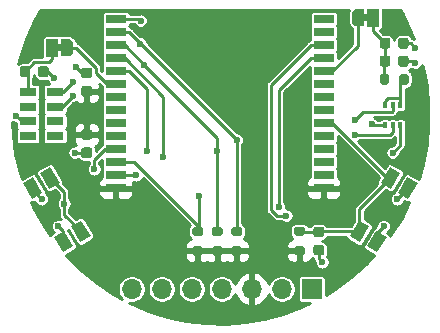
<source format=gbr>
G04 #@! TF.GenerationSoftware,KiCad,Pcbnew,(5.1.8)-1*
G04 #@! TF.CreationDate,2021-02-10T00:21:19+01:00*
G04 #@! TF.ProjectId,nrf52-sensor-tag,6e726635-322d-4736-956e-736f722d7461,rev?*
G04 #@! TF.SameCoordinates,Original*
G04 #@! TF.FileFunction,Copper,L1,Top*
G04 #@! TF.FilePolarity,Positive*
%FSLAX46Y46*%
G04 Gerber Fmt 4.6, Leading zero omitted, Abs format (unit mm)*
G04 Created by KiCad (PCBNEW (5.1.8)-1) date 2021-02-10 00:21:19*
%MOMM*%
%LPD*%
G01*
G04 APERTURE LIST*
G04 #@! TA.AperFunction,EtchedComponent*
%ADD10C,0.100000*%
G04 #@! TD*
G04 #@! TA.AperFunction,SMDPad,CuDef*
%ADD11R,1.700000X0.800000*%
G04 #@! TD*
G04 #@! TA.AperFunction,SMDPad,CuDef*
%ADD12C,0.100000*%
G04 #@! TD*
G04 #@! TA.AperFunction,SMDPad,CuDef*
%ADD13R,1.000000X1.500000*%
G04 #@! TD*
G04 #@! TA.AperFunction,SMDPad,CuDef*
%ADD14R,1.450000X0.750000*%
G04 #@! TD*
G04 #@! TA.AperFunction,SMDPad,CuDef*
%ADD15R,0.300000X0.550000*%
G04 #@! TD*
G04 #@! TA.AperFunction,ComponentPad*
%ADD16O,1.700000X1.700000*%
G04 #@! TD*
G04 #@! TA.AperFunction,ComponentPad*
%ADD17R,1.700000X1.700000*%
G04 #@! TD*
G04 #@! TA.AperFunction,ViaPad*
%ADD18C,0.600000*%
G04 #@! TD*
G04 #@! TA.AperFunction,Conductor*
%ADD19C,0.250000*%
G04 #@! TD*
G04 #@! TA.AperFunction,Conductor*
%ADD20C,0.254000*%
G04 #@! TD*
G04 #@! TA.AperFunction,Conductor*
%ADD21C,0.100000*%
G04 #@! TD*
G04 APERTURE END LIST*
D10*
G36*
X133821600Y-56088000D02*
G01*
X134321600Y-56088000D01*
X134321600Y-56688000D01*
X133821600Y-56688000D01*
X133821600Y-56088000D01*
G37*
G36*
X108443600Y-59228000D02*
G01*
X107943600Y-59228000D01*
X107943600Y-58628000D01*
X108443600Y-58628000D01*
X108443600Y-59228000D01*
G37*
D11*
X130539600Y-70815000D03*
X130539600Y-69715000D03*
X130539600Y-68615000D03*
X130539600Y-67515000D03*
X130539600Y-66415000D03*
X130539600Y-65315000D03*
X130539600Y-64215000D03*
X130539600Y-63115000D03*
X130539600Y-62015000D03*
X130539600Y-60915000D03*
X130539600Y-59815000D03*
X130539600Y-58715000D03*
X130539600Y-57615000D03*
X130539600Y-56515000D03*
X112939600Y-70815000D03*
X112939600Y-69715000D03*
X112939600Y-68615000D03*
X112939600Y-67515000D03*
X112939600Y-66415000D03*
X112939600Y-65315000D03*
X112939600Y-64215000D03*
X112939600Y-63115000D03*
X112939600Y-62015000D03*
X112939600Y-60915000D03*
X112939600Y-59815000D03*
X112939600Y-58715000D03*
X112939600Y-57615000D03*
X112939600Y-56515000D03*
G04 #@! TA.AperFunction,SMDPad,CuDef*
D12*
G36*
X133971600Y-57138000D02*
G01*
X133421600Y-57138000D01*
X133421600Y-57137398D01*
X133397066Y-57137398D01*
X133348235Y-57132588D01*
X133300110Y-57123016D01*
X133253155Y-57108772D01*
X133207822Y-57089995D01*
X133164549Y-57066864D01*
X133123750Y-57039604D01*
X133085821Y-57008476D01*
X133051124Y-56973779D01*
X133019996Y-56935850D01*
X132992736Y-56895051D01*
X132969605Y-56851778D01*
X132950828Y-56806445D01*
X132936584Y-56759490D01*
X132927012Y-56711365D01*
X132922202Y-56662534D01*
X132922202Y-56638000D01*
X132921600Y-56638000D01*
X132921600Y-56138000D01*
X132922202Y-56138000D01*
X132922202Y-56113466D01*
X132927012Y-56064635D01*
X132936584Y-56016510D01*
X132950828Y-55969555D01*
X132969605Y-55924222D01*
X132992736Y-55880949D01*
X133019996Y-55840150D01*
X133051124Y-55802221D01*
X133085821Y-55767524D01*
X133123750Y-55736396D01*
X133164549Y-55709136D01*
X133207822Y-55686005D01*
X133253155Y-55667228D01*
X133300110Y-55652984D01*
X133348235Y-55643412D01*
X133397066Y-55638602D01*
X133421600Y-55638602D01*
X133421600Y-55638000D01*
X133971600Y-55638000D01*
X133971600Y-57138000D01*
G37*
G04 #@! TD.AperFunction*
D13*
X134721600Y-56388000D03*
G04 #@! TA.AperFunction,SMDPad,CuDef*
D12*
G36*
X136021600Y-55638602D02*
G01*
X136046134Y-55638602D01*
X136094965Y-55643412D01*
X136143090Y-55652984D01*
X136190045Y-55667228D01*
X136235378Y-55686005D01*
X136278651Y-55709136D01*
X136319450Y-55736396D01*
X136357379Y-55767524D01*
X136392076Y-55802221D01*
X136423204Y-55840150D01*
X136450464Y-55880949D01*
X136473595Y-55924222D01*
X136492372Y-55969555D01*
X136506616Y-56016510D01*
X136516188Y-56064635D01*
X136520998Y-56113466D01*
X136520998Y-56138000D01*
X136521600Y-56138000D01*
X136521600Y-56638000D01*
X136520998Y-56638000D01*
X136520998Y-56662534D01*
X136516188Y-56711365D01*
X136506616Y-56759490D01*
X136492372Y-56806445D01*
X136473595Y-56851778D01*
X136450464Y-56895051D01*
X136423204Y-56935850D01*
X136392076Y-56973779D01*
X136357379Y-57008476D01*
X136319450Y-57039604D01*
X136278651Y-57066864D01*
X136235378Y-57089995D01*
X136190045Y-57108772D01*
X136143090Y-57123016D01*
X136094965Y-57132588D01*
X136046134Y-57137398D01*
X136021600Y-57137398D01*
X136021600Y-57138000D01*
X135471600Y-57138000D01*
X135471600Y-55638000D01*
X136021600Y-55638000D01*
X136021600Y-55638602D01*
G37*
G04 #@! TD.AperFunction*
G04 #@! TA.AperFunction,SMDPad,CuDef*
G36*
X108293600Y-58178000D02*
G01*
X108843600Y-58178000D01*
X108843600Y-58178602D01*
X108868134Y-58178602D01*
X108916965Y-58183412D01*
X108965090Y-58192984D01*
X109012045Y-58207228D01*
X109057378Y-58226005D01*
X109100651Y-58249136D01*
X109141450Y-58276396D01*
X109179379Y-58307524D01*
X109214076Y-58342221D01*
X109245204Y-58380150D01*
X109272464Y-58420949D01*
X109295595Y-58464222D01*
X109314372Y-58509555D01*
X109328616Y-58556510D01*
X109338188Y-58604635D01*
X109342998Y-58653466D01*
X109342998Y-58678000D01*
X109343600Y-58678000D01*
X109343600Y-59178000D01*
X109342998Y-59178000D01*
X109342998Y-59202534D01*
X109338188Y-59251365D01*
X109328616Y-59299490D01*
X109314372Y-59346445D01*
X109295595Y-59391778D01*
X109272464Y-59435051D01*
X109245204Y-59475850D01*
X109214076Y-59513779D01*
X109179379Y-59548476D01*
X109141450Y-59579604D01*
X109100651Y-59606864D01*
X109057378Y-59629995D01*
X109012045Y-59648772D01*
X108965090Y-59663016D01*
X108916965Y-59672588D01*
X108868134Y-59677398D01*
X108843600Y-59677398D01*
X108843600Y-59678000D01*
X108293600Y-59678000D01*
X108293600Y-58178000D01*
G37*
G04 #@! TD.AperFunction*
D13*
X107543600Y-58928000D03*
G04 #@! TA.AperFunction,SMDPad,CuDef*
D12*
G36*
X106243600Y-59677398D02*
G01*
X106219066Y-59677398D01*
X106170235Y-59672588D01*
X106122110Y-59663016D01*
X106075155Y-59648772D01*
X106029822Y-59629995D01*
X105986549Y-59606864D01*
X105945750Y-59579604D01*
X105907821Y-59548476D01*
X105873124Y-59513779D01*
X105841996Y-59475850D01*
X105814736Y-59435051D01*
X105791605Y-59391778D01*
X105772828Y-59346445D01*
X105758584Y-59299490D01*
X105749012Y-59251365D01*
X105744202Y-59202534D01*
X105744202Y-59178000D01*
X105743600Y-59178000D01*
X105743600Y-58678000D01*
X105744202Y-58678000D01*
X105744202Y-58653466D01*
X105749012Y-58604635D01*
X105758584Y-58556510D01*
X105772828Y-58509555D01*
X105791605Y-58464222D01*
X105814736Y-58420949D01*
X105841996Y-58380150D01*
X105873124Y-58342221D01*
X105907821Y-58307524D01*
X105945750Y-58276396D01*
X105986549Y-58249136D01*
X106029822Y-58226005D01*
X106075155Y-58207228D01*
X106122110Y-58192984D01*
X106170235Y-58183412D01*
X106219066Y-58178602D01*
X106243600Y-58178602D01*
X106243600Y-58178000D01*
X106793600Y-58178000D01*
X106793600Y-59678000D01*
X106243600Y-59678000D01*
X106243600Y-59677398D01*
G37*
G04 #@! TD.AperFunction*
G04 #@! TA.AperFunction,SMDPad,CuDef*
G36*
G01*
X136924600Y-61870000D02*
X136924600Y-61320000D01*
G75*
G02*
X137124600Y-61120000I200000J0D01*
G01*
X137524600Y-61120000D01*
G75*
G02*
X137724600Y-61320000I0J-200000D01*
G01*
X137724600Y-61870000D01*
G75*
G02*
X137524600Y-62070000I-200000J0D01*
G01*
X137124600Y-62070000D01*
G75*
G02*
X136924600Y-61870000I0J200000D01*
G01*
G37*
G04 #@! TD.AperFunction*
G04 #@! TA.AperFunction,SMDPad,CuDef*
G36*
G01*
X135274600Y-61870000D02*
X135274600Y-61320000D01*
G75*
G02*
X135474600Y-61120000I200000J0D01*
G01*
X135874600Y-61120000D01*
G75*
G02*
X136074600Y-61320000I0J-200000D01*
G01*
X136074600Y-61870000D01*
G75*
G02*
X135874600Y-62070000I-200000J0D01*
G01*
X135474600Y-62070000D01*
G75*
G02*
X135274600Y-61870000I0J200000D01*
G01*
G37*
G04 #@! TD.AperFunction*
D14*
X107797600Y-62671000D03*
X107797600Y-63921000D03*
X107797600Y-65171000D03*
X107797600Y-66421000D03*
X105497600Y-66421000D03*
X105497600Y-65171000D03*
X105497600Y-63921000D03*
X105497600Y-62671000D03*
D15*
X135722600Y-63768000D03*
X136372600Y-63768000D03*
X137022600Y-63768000D03*
X137022600Y-65518000D03*
X136372600Y-65518000D03*
X135722600Y-65518000D03*
G04 #@! TA.AperFunction,SMDPad,CuDef*
G36*
G01*
X136824600Y-60321000D02*
X136824600Y-59821000D01*
G75*
G02*
X137049600Y-59596000I225000J0D01*
G01*
X137499600Y-59596000D01*
G75*
G02*
X137724600Y-59821000I0J-225000D01*
G01*
X137724600Y-60321000D01*
G75*
G02*
X137499600Y-60546000I-225000J0D01*
G01*
X137049600Y-60546000D01*
G75*
G02*
X136824600Y-60321000I0J225000D01*
G01*
G37*
G04 #@! TD.AperFunction*
G04 #@! TA.AperFunction,SMDPad,CuDef*
G36*
G01*
X135274600Y-60321000D02*
X135274600Y-59821000D01*
G75*
G02*
X135499600Y-59596000I225000J0D01*
G01*
X135949600Y-59596000D01*
G75*
G02*
X136174600Y-59821000I0J-225000D01*
G01*
X136174600Y-60321000D01*
G75*
G02*
X135949600Y-60546000I-225000J0D01*
G01*
X135499600Y-60546000D01*
G75*
G02*
X135274600Y-60321000I0J225000D01*
G01*
G37*
G04 #@! TD.AperFunction*
G04 #@! TA.AperFunction,SMDPad,CuDef*
G36*
G01*
X136824600Y-58797000D02*
X136824600Y-58297000D01*
G75*
G02*
X137049600Y-58072000I225000J0D01*
G01*
X137499600Y-58072000D01*
G75*
G02*
X137724600Y-58297000I0J-225000D01*
G01*
X137724600Y-58797000D01*
G75*
G02*
X137499600Y-59022000I-225000J0D01*
G01*
X137049600Y-59022000D01*
G75*
G02*
X136824600Y-58797000I0J225000D01*
G01*
G37*
G04 #@! TD.AperFunction*
G04 #@! TA.AperFunction,SMDPad,CuDef*
G36*
G01*
X135274600Y-58797000D02*
X135274600Y-58297000D01*
G75*
G02*
X135499600Y-58072000I225000J0D01*
G01*
X135949600Y-58072000D01*
G75*
G02*
X136174600Y-58297000I0J-225000D01*
G01*
X136174600Y-58797000D01*
G75*
G02*
X135949600Y-59022000I-225000J0D01*
G01*
X135499600Y-59022000D01*
G75*
G02*
X135274600Y-58797000I0J225000D01*
G01*
G37*
G04 #@! TD.AperFunction*
G04 #@! TA.AperFunction,SMDPad,CuDef*
G36*
G01*
X106344600Y-61210000D02*
X106344600Y-60710000D01*
G75*
G02*
X106569600Y-60485000I225000J0D01*
G01*
X107019600Y-60485000D01*
G75*
G02*
X107244600Y-60710000I0J-225000D01*
G01*
X107244600Y-61210000D01*
G75*
G02*
X107019600Y-61435000I-225000J0D01*
G01*
X106569600Y-61435000D01*
G75*
G02*
X106344600Y-61210000I0J225000D01*
G01*
G37*
G04 #@! TD.AperFunction*
G04 #@! TA.AperFunction,SMDPad,CuDef*
G36*
G01*
X104794600Y-61210000D02*
X104794600Y-60710000D01*
G75*
G02*
X105019600Y-60485000I225000J0D01*
G01*
X105469600Y-60485000D01*
G75*
G02*
X105694600Y-60710000I0J-225000D01*
G01*
X105694600Y-61210000D01*
G75*
G02*
X105469600Y-61435000I-225000J0D01*
G01*
X105019600Y-61435000D01*
G75*
G02*
X104794600Y-61210000I0J225000D01*
G01*
G37*
G04 #@! TD.AperFunction*
D16*
X114274600Y-79362300D03*
X116814600Y-79362300D03*
X119354600Y-79362300D03*
X121894600Y-79362300D03*
X124434600Y-79362300D03*
X126974600Y-79362300D03*
D17*
X129514600Y-79362300D03*
G04 #@! TA.AperFunction,SMDPad,CuDef*
G36*
G01*
X128748200Y-74873300D02*
X128198200Y-74873300D01*
G75*
G02*
X127998200Y-74673300I0J200000D01*
G01*
X127998200Y-74273300D01*
G75*
G02*
X128198200Y-74073300I200000J0D01*
G01*
X128748200Y-74073300D01*
G75*
G02*
X128948200Y-74273300I0J-200000D01*
G01*
X128948200Y-74673300D01*
G75*
G02*
X128748200Y-74873300I-200000J0D01*
G01*
G37*
G04 #@! TD.AperFunction*
G04 #@! TA.AperFunction,SMDPad,CuDef*
G36*
G01*
X128748200Y-76523300D02*
X128198200Y-76523300D01*
G75*
G02*
X127998200Y-76323300I0J200000D01*
G01*
X127998200Y-75923300D01*
G75*
G02*
X128198200Y-75723300I200000J0D01*
G01*
X128748200Y-75723300D01*
G75*
G02*
X128948200Y-75923300I0J-200000D01*
G01*
X128948200Y-76323300D01*
G75*
G02*
X128748200Y-76523300I-200000J0D01*
G01*
G37*
G04 #@! TD.AperFunction*
G04 #@! TA.AperFunction,SMDPad,CuDef*
G36*
G01*
X120137600Y-74886000D02*
X119587600Y-74886000D01*
G75*
G02*
X119387600Y-74686000I0J200000D01*
G01*
X119387600Y-74286000D01*
G75*
G02*
X119587600Y-74086000I200000J0D01*
G01*
X120137600Y-74086000D01*
G75*
G02*
X120337600Y-74286000I0J-200000D01*
G01*
X120337600Y-74686000D01*
G75*
G02*
X120137600Y-74886000I-200000J0D01*
G01*
G37*
G04 #@! TD.AperFunction*
G04 #@! TA.AperFunction,SMDPad,CuDef*
G36*
G01*
X120137600Y-76536000D02*
X119587600Y-76536000D01*
G75*
G02*
X119387600Y-76336000I0J200000D01*
G01*
X119387600Y-75936000D01*
G75*
G02*
X119587600Y-75736000I200000J0D01*
G01*
X120137600Y-75736000D01*
G75*
G02*
X120337600Y-75936000I0J-200000D01*
G01*
X120337600Y-76336000D01*
G75*
G02*
X120137600Y-76536000I-200000J0D01*
G01*
G37*
G04 #@! TD.AperFunction*
G04 #@! TA.AperFunction,SMDPad,CuDef*
G36*
G01*
X121788600Y-74886000D02*
X121238600Y-74886000D01*
G75*
G02*
X121038600Y-74686000I0J200000D01*
G01*
X121038600Y-74286000D01*
G75*
G02*
X121238600Y-74086000I200000J0D01*
G01*
X121788600Y-74086000D01*
G75*
G02*
X121988600Y-74286000I0J-200000D01*
G01*
X121988600Y-74686000D01*
G75*
G02*
X121788600Y-74886000I-200000J0D01*
G01*
G37*
G04 #@! TD.AperFunction*
G04 #@! TA.AperFunction,SMDPad,CuDef*
G36*
G01*
X121788600Y-76536000D02*
X121238600Y-76536000D01*
G75*
G02*
X121038600Y-76336000I0J200000D01*
G01*
X121038600Y-75936000D01*
G75*
G02*
X121238600Y-75736000I200000J0D01*
G01*
X121788600Y-75736000D01*
G75*
G02*
X121988600Y-75936000I0J-200000D01*
G01*
X121988600Y-76336000D01*
G75*
G02*
X121788600Y-76536000I-200000J0D01*
G01*
G37*
G04 #@! TD.AperFunction*
G04 #@! TA.AperFunction,SMDPad,CuDef*
G36*
G01*
X123439600Y-74886000D02*
X122889600Y-74886000D01*
G75*
G02*
X122689600Y-74686000I0J200000D01*
G01*
X122689600Y-74286000D01*
G75*
G02*
X122889600Y-74086000I200000J0D01*
G01*
X123439600Y-74086000D01*
G75*
G02*
X123639600Y-74286000I0J-200000D01*
G01*
X123639600Y-74686000D01*
G75*
G02*
X123439600Y-74886000I-200000J0D01*
G01*
G37*
G04 #@! TD.AperFunction*
G04 #@! TA.AperFunction,SMDPad,CuDef*
G36*
G01*
X123439600Y-76536000D02*
X122889600Y-76536000D01*
G75*
G02*
X122689600Y-76336000I0J200000D01*
G01*
X122689600Y-75936000D01*
G75*
G02*
X122889600Y-75736000I200000J0D01*
G01*
X123439600Y-75736000D01*
G75*
G02*
X123639600Y-75936000I0J-200000D01*
G01*
X123639600Y-76336000D01*
G75*
G02*
X123439600Y-76536000I-200000J0D01*
G01*
G37*
G04 #@! TD.AperFunction*
G04 #@! TA.AperFunction,SMDPad,CuDef*
D12*
G36*
X105830465Y-71716853D02*
G01*
X105055465Y-70374513D01*
X105921491Y-69874513D01*
X106696491Y-71216853D01*
X105830465Y-71716853D01*
G37*
G04 #@! TD.AperFunction*
G04 #@! TA.AperFunction,SMDPad,CuDef*
G36*
X107302709Y-70866853D02*
G01*
X106527709Y-69524513D01*
X107393735Y-69024513D01*
X108168735Y-70366853D01*
X107302709Y-70866853D01*
G37*
G04 #@! TD.AperFunction*
G04 #@! TA.AperFunction,SMDPad,CuDef*
G36*
X108455465Y-76263487D02*
G01*
X107680465Y-74921147D01*
X108546491Y-74421147D01*
X109321491Y-75763487D01*
X108455465Y-76263487D01*
G37*
G04 #@! TD.AperFunction*
G04 #@! TA.AperFunction,SMDPad,CuDef*
G36*
X109927709Y-75413487D02*
G01*
X109152709Y-74071147D01*
X110018735Y-73571147D01*
X110793735Y-74913487D01*
X109927709Y-75413487D01*
G37*
G04 #@! TD.AperFunction*
G04 #@! TA.AperFunction,SMDPad,CuDef*
G36*
X135854735Y-74921147D02*
G01*
X135079735Y-76263487D01*
X134213709Y-75763487D01*
X134988709Y-74421147D01*
X135854735Y-74921147D01*
G37*
G04 #@! TD.AperFunction*
G04 #@! TA.AperFunction,SMDPad,CuDef*
G36*
X134382491Y-74071147D02*
G01*
X133607491Y-75413487D01*
X132741465Y-74913487D01*
X133516465Y-73571147D01*
X134382491Y-74071147D01*
G37*
G04 #@! TD.AperFunction*
G04 #@! TA.AperFunction,SMDPad,CuDef*
G36*
X138479735Y-70374513D02*
G01*
X137704735Y-71716853D01*
X136838709Y-71216853D01*
X137613709Y-69874513D01*
X138479735Y-70374513D01*
G37*
G04 #@! TD.AperFunction*
G04 #@! TA.AperFunction,SMDPad,CuDef*
G36*
X137007491Y-69524513D02*
G01*
X136232491Y-70866853D01*
X135366465Y-70366853D01*
X136141465Y-69024513D01*
X137007491Y-69524513D01*
G37*
G04 #@! TD.AperFunction*
G04 #@! TA.AperFunction,SMDPad,CuDef*
G36*
G01*
X129874200Y-75623300D02*
X130374200Y-75623300D01*
G75*
G02*
X130599200Y-75848300I0J-225000D01*
G01*
X130599200Y-76298300D01*
G75*
G02*
X130374200Y-76523300I-225000J0D01*
G01*
X129874200Y-76523300D01*
G75*
G02*
X129649200Y-76298300I0J225000D01*
G01*
X129649200Y-75848300D01*
G75*
G02*
X129874200Y-75623300I225000J0D01*
G01*
G37*
G04 #@! TD.AperFunction*
G04 #@! TA.AperFunction,SMDPad,CuDef*
G36*
G01*
X129874200Y-74073300D02*
X130374200Y-74073300D01*
G75*
G02*
X130599200Y-74298300I0J-225000D01*
G01*
X130599200Y-74748300D01*
G75*
G02*
X130374200Y-74973300I-225000J0D01*
G01*
X129874200Y-74973300D01*
G75*
G02*
X129649200Y-74748300I0J225000D01*
G01*
X129649200Y-74298300D01*
G75*
G02*
X129874200Y-74073300I225000J0D01*
G01*
G37*
G04 #@! TD.AperFunction*
G04 #@! TA.AperFunction,SMDPad,CuDef*
G36*
G01*
X110214600Y-67381000D02*
X110714600Y-67381000D01*
G75*
G02*
X110939600Y-67606000I0J-225000D01*
G01*
X110939600Y-68056000D01*
G75*
G02*
X110714600Y-68281000I-225000J0D01*
G01*
X110214600Y-68281000D01*
G75*
G02*
X109989600Y-68056000I0J225000D01*
G01*
X109989600Y-67606000D01*
G75*
G02*
X110214600Y-67381000I225000J0D01*
G01*
G37*
G04 #@! TD.AperFunction*
G04 #@! TA.AperFunction,SMDPad,CuDef*
G36*
G01*
X110214600Y-65831000D02*
X110714600Y-65831000D01*
G75*
G02*
X110939600Y-66056000I0J-225000D01*
G01*
X110939600Y-66506000D01*
G75*
G02*
X110714600Y-66731000I-225000J0D01*
G01*
X110214600Y-66731000D01*
G75*
G02*
X109989600Y-66506000I0J225000D01*
G01*
X109989600Y-66056000D01*
G75*
G02*
X110214600Y-65831000I225000J0D01*
G01*
G37*
G04 #@! TD.AperFunction*
G04 #@! TA.AperFunction,SMDPad,CuDef*
G36*
G01*
X110714600Y-61524000D02*
X110214600Y-61524000D01*
G75*
G02*
X109989600Y-61299000I0J225000D01*
G01*
X109989600Y-60849000D01*
G75*
G02*
X110214600Y-60624000I225000J0D01*
G01*
X110714600Y-60624000D01*
G75*
G02*
X110939600Y-60849000I0J-225000D01*
G01*
X110939600Y-61299000D01*
G75*
G02*
X110714600Y-61524000I-225000J0D01*
G01*
G37*
G04 #@! TD.AperFunction*
G04 #@! TA.AperFunction,SMDPad,CuDef*
G36*
G01*
X110714600Y-63074000D02*
X110214600Y-63074000D01*
G75*
G02*
X109989600Y-62849000I0J225000D01*
G01*
X109989600Y-62399000D01*
G75*
G02*
X110214600Y-62174000I225000J0D01*
G01*
X110714600Y-62174000D01*
G75*
G02*
X110939600Y-62399000I0J-225000D01*
G01*
X110939600Y-62849000D01*
G75*
G02*
X110714600Y-63074000I-225000J0D01*
G01*
G37*
G04 #@! TD.AperFunction*
D18*
X107670600Y-61468000D03*
X109575600Y-60579000D03*
X104490931Y-64709115D03*
X109448600Y-67818000D03*
X108051600Y-74041000D03*
X106654600Y-71755000D03*
X135610600Y-74041000D03*
X136753600Y-71755000D03*
X138277600Y-60198000D03*
X138277600Y-58928000D03*
X134594600Y-65405000D03*
X130403600Y-77089000D03*
X114655600Y-69723000D03*
X115036610Y-56642000D03*
X127355600Y-73152000D03*
X121513600Y-67691000D03*
X133197600Y-66294000D03*
X109321600Y-62992000D03*
X115351101Y-60391499D03*
X126720600Y-72390000D03*
X123164600Y-66740000D03*
X133197600Y-65024000D03*
X109321600Y-61849000D03*
X115004100Y-58579500D03*
X109321600Y-64008000D03*
X109321600Y-64643000D03*
X109321600Y-65278000D03*
X109321600Y-65913000D03*
X137007600Y-56388000D03*
X132181600Y-56388000D03*
X111099600Y-69215000D03*
X108559600Y-72136000D03*
X115544600Y-67691000D03*
X116941600Y-68199000D03*
X136372600Y-67818000D03*
X119989600Y-71501000D03*
D19*
X107162600Y-60960000D02*
X107670600Y-61468000D01*
X106794600Y-60960000D02*
X107162600Y-60960000D01*
X110070600Y-61074000D02*
X109575600Y-60579000D01*
X110464600Y-61074000D02*
X110070600Y-61074000D01*
X104952816Y-65171000D02*
X104490931Y-64709115D01*
X105497600Y-65171000D02*
X104952816Y-65171000D01*
X109461600Y-67831000D02*
X109448600Y-67818000D01*
X110464600Y-67831000D02*
X109461600Y-67831000D01*
X108500978Y-74490378D02*
X108051600Y-74041000D01*
X108500978Y-75342317D02*
X108500978Y-74490378D01*
X105875978Y-70976378D02*
X106654600Y-71755000D01*
X105875978Y-70795683D02*
X105875978Y-70976378D01*
X135034222Y-74617378D02*
X135610600Y-74041000D01*
X135034222Y-75342317D02*
X135034222Y-74617378D01*
X137659222Y-70849378D02*
X136753600Y-71755000D01*
X137659222Y-70795683D02*
X137659222Y-70849378D01*
X138150600Y-60071000D02*
X138277600Y-60198000D01*
X137274600Y-60071000D02*
X138150600Y-60071000D01*
X137896600Y-58547000D02*
X138277600Y-58928000D01*
X137274600Y-58547000D02*
X137896600Y-58547000D01*
X134707600Y-65518000D02*
X134594600Y-65405000D01*
X135722600Y-65518000D02*
X134707600Y-65518000D01*
X130124200Y-76809600D02*
X130403600Y-77089000D01*
X130124200Y-76073300D02*
X130124200Y-76809600D01*
X114647600Y-69715000D02*
X114655600Y-69723000D01*
X112939600Y-69715000D02*
X114647600Y-69715000D01*
X112939600Y-56515000D02*
X114909610Y-56515000D01*
X114909610Y-56515000D02*
X115036610Y-56642000D01*
X126557598Y-73152000D02*
X127355600Y-73152000D01*
X126095599Y-72690001D02*
X126557598Y-73152000D01*
X126095599Y-62059001D02*
X126095599Y-72690001D01*
X129439600Y-58715000D02*
X126095599Y-62059001D01*
X130539600Y-58715000D02*
X129439600Y-58715000D01*
X113674602Y-58715000D02*
X112939600Y-58715000D01*
X121513600Y-74486000D02*
X121513600Y-67691000D01*
X121513600Y-67691000D02*
X121513600Y-66553998D01*
X136372600Y-66043000D02*
X136372600Y-65518000D01*
X136121600Y-66294000D02*
X136372600Y-66043000D01*
X133197600Y-66294000D02*
X136121600Y-66294000D01*
X108392600Y-63921000D02*
X109321600Y-62992000D01*
X107797600Y-63921000D02*
X108392600Y-63921000D01*
X115351101Y-60391499D02*
X113674602Y-58715000D01*
X121513600Y-66553998D02*
X115351101Y-60391499D01*
X126720600Y-62534000D02*
X126720600Y-72390000D01*
X129439600Y-59815000D02*
X126720600Y-62534000D01*
X130539600Y-59815000D02*
X129439600Y-59815000D01*
X123164600Y-66740000D02*
X123164600Y-74486000D01*
X114039600Y-57615000D02*
X123164600Y-66740000D01*
X136372600Y-64293000D02*
X136372600Y-63768000D01*
X136297599Y-64368001D02*
X136372600Y-64293000D01*
X133853599Y-64368001D02*
X136297599Y-64368001D01*
X133197600Y-65024000D02*
X133853599Y-64368001D01*
X107797600Y-62671000D02*
X108499600Y-62671000D01*
X108499600Y-62671000D02*
X109321600Y-61849000D01*
X114039600Y-57615000D02*
X115004100Y-58579500D01*
X112939600Y-57615000D02*
X114039600Y-57615000D01*
X133561978Y-72570683D02*
X136186978Y-69945683D01*
X133561978Y-74492317D02*
X133561978Y-72570683D01*
X135905285Y-69945683D02*
X131274602Y-65315000D01*
X131274602Y-65315000D02*
X130539600Y-65315000D01*
X136186978Y-69945683D02*
X135905285Y-69945683D01*
X130155183Y-74492317D02*
X130124200Y-74523300D01*
X133561978Y-74492317D02*
X130155183Y-74492317D01*
X128523200Y-74523300D02*
X128473200Y-74473300D01*
X130124200Y-74523300D02*
X128523200Y-74523300D01*
X136021600Y-56388000D02*
X137007600Y-56388000D01*
X112939600Y-67515000D02*
X112033434Y-67515000D01*
X111099600Y-68448834D02*
X111099600Y-69215000D01*
X112033434Y-67515000D02*
X111099600Y-68448834D01*
X108559600Y-71157061D02*
X107348222Y-69945683D01*
X108559600Y-72136000D02*
X108559600Y-71157061D01*
X108559600Y-73078695D02*
X109973222Y-74492317D01*
X108559600Y-72136000D02*
X108559600Y-73078695D01*
X115544600Y-62420000D02*
X115544600Y-67691000D01*
X114039600Y-60915000D02*
X115544600Y-62420000D01*
X112939600Y-60915000D02*
X114039600Y-60915000D01*
X116941600Y-63081998D02*
X116941600Y-68199000D01*
X113674602Y-59815000D02*
X116941600Y-63081998D01*
X112939600Y-59815000D02*
X113674602Y-59815000D01*
X109571434Y-58928000D02*
X108843600Y-58928000D01*
X111264610Y-60621176D02*
X109571434Y-58928000D01*
X111264610Y-61075012D02*
X111264610Y-60621176D01*
X112204598Y-62015000D02*
X111264610Y-61075012D01*
X112939600Y-62015000D02*
X112204598Y-62015000D01*
X131274602Y-60915000D02*
X130539600Y-60915000D01*
X133421600Y-58768002D02*
X131274602Y-60915000D01*
X133421600Y-56388000D02*
X133421600Y-58768002D01*
X135962599Y-63167999D02*
X135722600Y-63407998D01*
X136947599Y-63167999D02*
X135962599Y-63167999D01*
X135722600Y-63407998D02*
X135722600Y-63768000D01*
X137022600Y-63243000D02*
X136947599Y-63167999D01*
X137022600Y-63768000D02*
X137022600Y-63243000D01*
X137022600Y-61897000D02*
X137324600Y-61595000D01*
X137022600Y-63768000D02*
X137022600Y-61897000D01*
X119862600Y-74004998D02*
X119862600Y-74486000D01*
X114472602Y-68615000D02*
X119862600Y-74004998D01*
X112939600Y-68615000D02*
X114472602Y-68615000D01*
X137022600Y-67168000D02*
X136372600Y-67818000D01*
X137022600Y-65518000D02*
X137022600Y-67168000D01*
X119989600Y-74359000D02*
X119862600Y-74486000D01*
X119989600Y-71501000D02*
X119989600Y-74359000D01*
X107311610Y-60159990D02*
X106044610Y-60159990D01*
X106044610Y-60159990D02*
X105244600Y-60960000D01*
X107543600Y-59928000D02*
X107311610Y-60159990D01*
X107543600Y-58928000D02*
X107543600Y-59928000D01*
X105497600Y-61213000D02*
X105244600Y-60960000D01*
X105497600Y-62671000D02*
X105497600Y-61213000D01*
X135674600Y-60121000D02*
X135724600Y-60071000D01*
X135674600Y-61595000D02*
X135674600Y-60121000D01*
X135724600Y-58547000D02*
X135724600Y-60071000D01*
X134721600Y-57544000D02*
X134721600Y-56388000D01*
X135724600Y-58547000D02*
X134721600Y-57544000D01*
D20*
X132677068Y-55776561D02*
X132639559Y-55867117D01*
X132620862Y-55928755D01*
X132601740Y-56024888D01*
X132595426Y-56088991D01*
X132595426Y-56113553D01*
X132593018Y-56138000D01*
X132593018Y-56638000D01*
X132595426Y-56662447D01*
X132595426Y-56687009D01*
X132601740Y-56751112D01*
X132620862Y-56847245D01*
X132639559Y-56908883D01*
X132677068Y-56999439D01*
X132707433Y-57056249D01*
X132761889Y-57137748D01*
X132802752Y-57187540D01*
X132872060Y-57256848D01*
X132921852Y-57297711D01*
X132969600Y-57329616D01*
X132969601Y-58580777D01*
X131718182Y-59832197D01*
X131718182Y-59415000D01*
X131711868Y-59350897D01*
X131693170Y-59289257D01*
X131680204Y-59265000D01*
X131693170Y-59240743D01*
X131711868Y-59179103D01*
X131718182Y-59115000D01*
X131718182Y-58315000D01*
X131711868Y-58250897D01*
X131693170Y-58189257D01*
X131680204Y-58165000D01*
X131693170Y-58140743D01*
X131711868Y-58079103D01*
X131718182Y-58015000D01*
X131718182Y-57215000D01*
X131711868Y-57150897D01*
X131693170Y-57089257D01*
X131680204Y-57065000D01*
X131693170Y-57040743D01*
X131711868Y-56979103D01*
X131718182Y-56915000D01*
X131718182Y-56115000D01*
X131711868Y-56050897D01*
X131693170Y-55989257D01*
X131662806Y-55932450D01*
X131621943Y-55882657D01*
X131572150Y-55841794D01*
X131515343Y-55811430D01*
X131453703Y-55792732D01*
X131389600Y-55786418D01*
X129689600Y-55786418D01*
X129625497Y-55792732D01*
X129563857Y-55811430D01*
X129507050Y-55841794D01*
X129457257Y-55882657D01*
X129416394Y-55932450D01*
X129386030Y-55989257D01*
X129367332Y-56050897D01*
X129361018Y-56115000D01*
X129361018Y-56915000D01*
X129367332Y-56979103D01*
X129386030Y-57040743D01*
X129398996Y-57065000D01*
X129386030Y-57089257D01*
X129367332Y-57150897D01*
X129361018Y-57215000D01*
X129361018Y-58015000D01*
X129367332Y-58079103D01*
X129386030Y-58140743D01*
X129398996Y-58165000D01*
X129386030Y-58189257D01*
X129367332Y-58250897D01*
X129365638Y-58268098D01*
X129350992Y-58269540D01*
X129268160Y-58294667D01*
X129265790Y-58295386D01*
X129187267Y-58337357D01*
X129118441Y-58393841D01*
X129104281Y-58411095D01*
X125791699Y-61723678D01*
X125774440Y-61737842D01*
X125717956Y-61806669D01*
X125684105Y-61870000D01*
X125675985Y-61885192D01*
X125650139Y-61970394D01*
X125641412Y-62059001D01*
X125643599Y-62081206D01*
X125643600Y-72667786D01*
X125641412Y-72690001D01*
X125650139Y-72778608D01*
X125675985Y-72863810D01*
X125695151Y-72899667D01*
X125717957Y-72942334D01*
X125774441Y-73011160D01*
X125791694Y-73025319D01*
X126222283Y-73455910D01*
X126236439Y-73473159D01*
X126305265Y-73529643D01*
X126383788Y-73571614D01*
X126449160Y-73591444D01*
X126468990Y-73597460D01*
X126557597Y-73606187D01*
X126579802Y-73604000D01*
X126920888Y-73604000D01*
X126955911Y-73639023D01*
X127058604Y-73707640D01*
X127172711Y-73754905D01*
X127293846Y-73779000D01*
X127417354Y-73779000D01*
X127538489Y-73754905D01*
X127652596Y-73707640D01*
X127755289Y-73639023D01*
X127842623Y-73551689D01*
X127911240Y-73448996D01*
X127958505Y-73334889D01*
X127982600Y-73213754D01*
X127982600Y-73090246D01*
X127958505Y-72969111D01*
X127911240Y-72855004D01*
X127842623Y-72752311D01*
X127755289Y-72664977D01*
X127652596Y-72596360D01*
X127538489Y-72549095D01*
X127417354Y-72525000D01*
X127333031Y-72525000D01*
X127347600Y-72451754D01*
X127347600Y-72328246D01*
X127323505Y-72207111D01*
X127276240Y-72093004D01*
X127207623Y-71990311D01*
X127172600Y-71955288D01*
X127172600Y-71215000D01*
X129051528Y-71215000D01*
X129063788Y-71339482D01*
X129100098Y-71459180D01*
X129159063Y-71569494D01*
X129238415Y-71666185D01*
X129335106Y-71745537D01*
X129445420Y-71804502D01*
X129565118Y-71840812D01*
X129689600Y-71853072D01*
X130253850Y-71850000D01*
X130412600Y-71691250D01*
X130412600Y-70942000D01*
X130666600Y-70942000D01*
X130666600Y-71691250D01*
X130825350Y-71850000D01*
X131389600Y-71853072D01*
X131514082Y-71840812D01*
X131633780Y-71804502D01*
X131744094Y-71745537D01*
X131840785Y-71666185D01*
X131920137Y-71569494D01*
X131979102Y-71459180D01*
X132015412Y-71339482D01*
X132027672Y-71215000D01*
X132024600Y-71100750D01*
X131865850Y-70942000D01*
X130666600Y-70942000D01*
X130412600Y-70942000D01*
X129213350Y-70942000D01*
X129054600Y-71100750D01*
X129051528Y-71215000D01*
X127172600Y-71215000D01*
X127172600Y-62721223D01*
X129361018Y-60532806D01*
X129361018Y-61315000D01*
X129367332Y-61379103D01*
X129386030Y-61440743D01*
X129398996Y-61465000D01*
X129386030Y-61489257D01*
X129367332Y-61550897D01*
X129361018Y-61615000D01*
X129361018Y-62415000D01*
X129367332Y-62479103D01*
X129386030Y-62540743D01*
X129398996Y-62565000D01*
X129386030Y-62589257D01*
X129367332Y-62650897D01*
X129361018Y-62715000D01*
X129361018Y-63515000D01*
X129367332Y-63579103D01*
X129386030Y-63640743D01*
X129398996Y-63665000D01*
X129386030Y-63689257D01*
X129367332Y-63750897D01*
X129361018Y-63815000D01*
X129361018Y-64615000D01*
X129367332Y-64679103D01*
X129386030Y-64740743D01*
X129398996Y-64765000D01*
X129386030Y-64789257D01*
X129367332Y-64850897D01*
X129361018Y-64915000D01*
X129361018Y-65715000D01*
X129367332Y-65779103D01*
X129386030Y-65840743D01*
X129398996Y-65865000D01*
X129386030Y-65889257D01*
X129367332Y-65950897D01*
X129361018Y-66015000D01*
X129361018Y-66815000D01*
X129367332Y-66879103D01*
X129386030Y-66940743D01*
X129398996Y-66965000D01*
X129386030Y-66989257D01*
X129367332Y-67050897D01*
X129361018Y-67115000D01*
X129361018Y-67915000D01*
X129367332Y-67979103D01*
X129386030Y-68040743D01*
X129398996Y-68065000D01*
X129386030Y-68089257D01*
X129367332Y-68150897D01*
X129361018Y-68215000D01*
X129361018Y-69015000D01*
X129367332Y-69079103D01*
X129386030Y-69140743D01*
X129398996Y-69165000D01*
X129386030Y-69189257D01*
X129367332Y-69250897D01*
X129361018Y-69315000D01*
X129361018Y-69870613D01*
X129335106Y-69884463D01*
X129238415Y-69963815D01*
X129159063Y-70060506D01*
X129100098Y-70170820D01*
X129063788Y-70290518D01*
X129051528Y-70415000D01*
X129054600Y-70529250D01*
X129213350Y-70688000D01*
X130412600Y-70688000D01*
X130412600Y-70668000D01*
X130666600Y-70668000D01*
X130666600Y-70688000D01*
X131865850Y-70688000D01*
X132024600Y-70529250D01*
X132027672Y-70415000D01*
X132015412Y-70290518D01*
X131979102Y-70170820D01*
X131920137Y-70060506D01*
X131840785Y-69963815D01*
X131744094Y-69884463D01*
X131718182Y-69870613D01*
X131718182Y-69315000D01*
X131711868Y-69250897D01*
X131693170Y-69189257D01*
X131680204Y-69165000D01*
X131693170Y-69140743D01*
X131711868Y-69079103D01*
X131718182Y-69015000D01*
X131718182Y-68215000D01*
X131711868Y-68150897D01*
X131693170Y-68089257D01*
X131680204Y-68065000D01*
X131693170Y-68040743D01*
X131711868Y-67979103D01*
X131718182Y-67915000D01*
X131718182Y-67115000D01*
X131711868Y-67050897D01*
X131693170Y-66989257D01*
X131680204Y-66965000D01*
X131693170Y-66940743D01*
X131711868Y-66879103D01*
X131718182Y-66815000D01*
X131718182Y-66397803D01*
X135243335Y-69922957D01*
X135081905Y-70202562D01*
X135055321Y-70261234D01*
X135040694Y-70323965D01*
X135038587Y-70388343D01*
X135048011Y-70445426D01*
X133258074Y-72235364D01*
X133240820Y-72249524D01*
X133189253Y-72312359D01*
X133184336Y-72318350D01*
X133142364Y-72396874D01*
X133116518Y-72482076D01*
X133107791Y-72570683D01*
X133109979Y-72592898D01*
X133109978Y-73618039D01*
X132866176Y-74040317D01*
X130860983Y-74040317D01*
X130834487Y-73990746D01*
X130765642Y-73906858D01*
X130681754Y-73838013D01*
X130586047Y-73786857D01*
X130482198Y-73755355D01*
X130374200Y-73744718D01*
X129874200Y-73744718D01*
X129766202Y-73755355D01*
X129662353Y-73786857D01*
X129566646Y-73838013D01*
X129482758Y-73906858D01*
X129413913Y-73990746D01*
X129370856Y-74071300D01*
X129236631Y-74071300D01*
X129236546Y-74071020D01*
X129187700Y-73979636D01*
X129121964Y-73899536D01*
X129041864Y-73833800D01*
X128950480Y-73784954D01*
X128851321Y-73754875D01*
X128748200Y-73744718D01*
X128198200Y-73744718D01*
X128095079Y-73754875D01*
X127995920Y-73784954D01*
X127904536Y-73833800D01*
X127824436Y-73899536D01*
X127758700Y-73979636D01*
X127709854Y-74071020D01*
X127679775Y-74170179D01*
X127669618Y-74273300D01*
X127669618Y-74673300D01*
X127679775Y-74776421D01*
X127709854Y-74875580D01*
X127758700Y-74966964D01*
X127824436Y-75047064D01*
X127884575Y-75096419D01*
X127873718Y-75097488D01*
X127754020Y-75133798D01*
X127643706Y-75192763D01*
X127547015Y-75272115D01*
X127467663Y-75368806D01*
X127408698Y-75479120D01*
X127372388Y-75598818D01*
X127360128Y-75723300D01*
X127363200Y-75837550D01*
X127521950Y-75996300D01*
X128346200Y-75996300D01*
X128346200Y-75976300D01*
X128600200Y-75976300D01*
X128600200Y-75996300D01*
X128620200Y-75996300D01*
X128620200Y-76250300D01*
X128600200Y-76250300D01*
X128600200Y-76999550D01*
X128758950Y-77158300D01*
X128948200Y-77161372D01*
X129072682Y-77149112D01*
X129192380Y-77112802D01*
X129302694Y-77053837D01*
X129399385Y-76974485D01*
X129478737Y-76877794D01*
X129537702Y-76767480D01*
X129545631Y-76741341D01*
X129566646Y-76758587D01*
X129662353Y-76809743D01*
X129670263Y-76812143D01*
X129678740Y-76898207D01*
X129704586Y-76983409D01*
X129742231Y-77053837D01*
X129746558Y-77061933D01*
X129776600Y-77098539D01*
X129776600Y-77150754D01*
X129800695Y-77271889D01*
X129847960Y-77385996D01*
X129916577Y-77488689D01*
X130003911Y-77576023D01*
X130106604Y-77644640D01*
X130220711Y-77691905D01*
X130341846Y-77716000D01*
X130465354Y-77716000D01*
X130586489Y-77691905D01*
X130700596Y-77644640D01*
X130803289Y-77576023D01*
X130890623Y-77488689D01*
X130959240Y-77385996D01*
X131006505Y-77271889D01*
X131030600Y-77150754D01*
X131030600Y-77027246D01*
X131006505Y-76906111D01*
X130959240Y-76792004D01*
X130890623Y-76689311D01*
X130822172Y-76620860D01*
X130834487Y-76605854D01*
X130885643Y-76510147D01*
X130917145Y-76406298D01*
X130927782Y-76298300D01*
X130927782Y-75848300D01*
X130917145Y-75740302D01*
X130885643Y-75636453D01*
X130834487Y-75540746D01*
X130765642Y-75456858D01*
X130681754Y-75388013D01*
X130586047Y-75336857D01*
X130482198Y-75305355D01*
X130410568Y-75298300D01*
X130482198Y-75291245D01*
X130586047Y-75259743D01*
X130681754Y-75208587D01*
X130765642Y-75139742D01*
X130834487Y-75055854D01*
X130885643Y-74960147D01*
X130890445Y-74944317D01*
X132415129Y-74944317D01*
X132424079Y-74998530D01*
X132446769Y-75058815D01*
X132480783Y-75113515D01*
X132524816Y-75160528D01*
X132577174Y-75198047D01*
X133443200Y-75698047D01*
X133501872Y-75724631D01*
X133564603Y-75739258D01*
X133628981Y-75741365D01*
X133692534Y-75730873D01*
X133752819Y-75708183D01*
X133807519Y-75674169D01*
X133854532Y-75630136D01*
X133892051Y-75577778D01*
X134667051Y-74235438D01*
X134693635Y-74176766D01*
X134708262Y-74114035D01*
X134710369Y-74049657D01*
X134699877Y-73986104D01*
X134677187Y-73925819D01*
X134643173Y-73871119D01*
X134599140Y-73824106D01*
X134546782Y-73786587D01*
X134013978Y-73478973D01*
X134013978Y-72757906D01*
X135784352Y-70987533D01*
X136068200Y-71151413D01*
X136126872Y-71177997D01*
X136189603Y-71192624D01*
X136253981Y-71194731D01*
X136317534Y-71184239D01*
X136377819Y-71161549D01*
X136432519Y-71127535D01*
X136479532Y-71083502D01*
X136517051Y-71031144D01*
X137292051Y-69688804D01*
X137318635Y-69630132D01*
X137333262Y-69567401D01*
X137335369Y-69503023D01*
X137324877Y-69439470D01*
X137302187Y-69379185D01*
X137268173Y-69324485D01*
X137224140Y-69277472D01*
X137171782Y-69239953D01*
X136305756Y-68739953D01*
X136247084Y-68713369D01*
X136184353Y-68698742D01*
X136119975Y-68696635D01*
X136056422Y-68707127D01*
X135996137Y-68729817D01*
X135941437Y-68763831D01*
X135894424Y-68807864D01*
X135856905Y-68860222D01*
X135711279Y-69112453D01*
X133461977Y-66863151D01*
X133494596Y-66849640D01*
X133597289Y-66781023D01*
X133632312Y-66746000D01*
X136099395Y-66746000D01*
X136121600Y-66748187D01*
X136143805Y-66746000D01*
X136210207Y-66739460D01*
X136295410Y-66713614D01*
X136373933Y-66671643D01*
X136442759Y-66615159D01*
X136456923Y-66597900D01*
X136570601Y-66484222D01*
X136570601Y-66980775D01*
X136360377Y-67191000D01*
X136310846Y-67191000D01*
X136189711Y-67215095D01*
X136075604Y-67262360D01*
X135972911Y-67330977D01*
X135885577Y-67418311D01*
X135816960Y-67521004D01*
X135769695Y-67635111D01*
X135745600Y-67756246D01*
X135745600Y-67879754D01*
X135769695Y-68000889D01*
X135816960Y-68114996D01*
X135885577Y-68217689D01*
X135972911Y-68305023D01*
X136075604Y-68373640D01*
X136189711Y-68420905D01*
X136310846Y-68445000D01*
X136434354Y-68445000D01*
X136555489Y-68420905D01*
X136669596Y-68373640D01*
X136772289Y-68305023D01*
X136859623Y-68217689D01*
X136928240Y-68114996D01*
X136975505Y-68000889D01*
X136999600Y-67879754D01*
X136999600Y-67830223D01*
X137326505Y-67503319D01*
X137343759Y-67489159D01*
X137400243Y-67420333D01*
X137442214Y-67341810D01*
X137455368Y-67298446D01*
X137468060Y-67256608D01*
X137476787Y-67168000D01*
X137474600Y-67145795D01*
X137474600Y-65921680D01*
X137476170Y-65918743D01*
X137494868Y-65857103D01*
X137501182Y-65793000D01*
X137501182Y-65243000D01*
X137494868Y-65178897D01*
X137476170Y-65117257D01*
X137445806Y-65060450D01*
X137404943Y-65010657D01*
X137355150Y-64969794D01*
X137298343Y-64939430D01*
X137236703Y-64920732D01*
X137172600Y-64914418D01*
X136872600Y-64914418D01*
X136808497Y-64920732D01*
X136746857Y-64939430D01*
X136697600Y-64965758D01*
X136648343Y-64939430D01*
X136586703Y-64920732D01*
X136522600Y-64914418D01*
X136222600Y-64914418D01*
X136158497Y-64920732D01*
X136096857Y-64939430D01*
X136047600Y-64965758D01*
X135998343Y-64939430D01*
X135936703Y-64920732D01*
X135872600Y-64914418D01*
X135572600Y-64914418D01*
X135508497Y-64920732D01*
X135446857Y-64939430D01*
X135390050Y-64969794D01*
X135340257Y-65010657D01*
X135299394Y-65060450D01*
X135296427Y-65066000D01*
X135122174Y-65066000D01*
X135081623Y-65005311D01*
X134994289Y-64917977D01*
X134891596Y-64849360D01*
X134820718Y-64820001D01*
X136275394Y-64820001D01*
X136297599Y-64822188D01*
X136319804Y-64820001D01*
X136386206Y-64813461D01*
X136471409Y-64787615D01*
X136549932Y-64745644D01*
X136618758Y-64689160D01*
X136632921Y-64671902D01*
X136676505Y-64628319D01*
X136693759Y-64614159D01*
X136750243Y-64545333D01*
X136792214Y-64466810D01*
X136818060Y-64381607D01*
X136819562Y-64366358D01*
X136872600Y-64371582D01*
X137172600Y-64371582D01*
X137236703Y-64365268D01*
X137298343Y-64346570D01*
X137355150Y-64316206D01*
X137404943Y-64275343D01*
X137445806Y-64225550D01*
X137476170Y-64168743D01*
X137494868Y-64107103D01*
X137501182Y-64043000D01*
X137501182Y-63493000D01*
X137494868Y-63428897D01*
X137476170Y-63367257D01*
X137474600Y-63364320D01*
X137474600Y-63265202D01*
X137476787Y-63242999D01*
X137474600Y-63220795D01*
X137474600Y-62398582D01*
X137524600Y-62398582D01*
X137627721Y-62388425D01*
X137726880Y-62358346D01*
X137818264Y-62309500D01*
X137898364Y-62243764D01*
X137964100Y-62163664D01*
X138012946Y-62072280D01*
X138043025Y-61973121D01*
X138053182Y-61870000D01*
X138053182Y-61320000D01*
X138043025Y-61216879D01*
X138012946Y-61117720D01*
X137964100Y-61026336D01*
X137898364Y-60946236D01*
X137818264Y-60880500D01*
X137726880Y-60831654D01*
X137717976Y-60828953D01*
X137807154Y-60781287D01*
X137891042Y-60712442D01*
X137900925Y-60700400D01*
X137980604Y-60753640D01*
X138094711Y-60800905D01*
X138215846Y-60825000D01*
X138339354Y-60825000D01*
X138460489Y-60800905D01*
X138574596Y-60753640D01*
X138677289Y-60685023D01*
X138764623Y-60597689D01*
X138833240Y-60494996D01*
X138880505Y-60380889D01*
X138884584Y-60360380D01*
X138937142Y-60542239D01*
X139245700Y-62168039D01*
X139400660Y-63815589D01*
X139400660Y-65470411D01*
X139245700Y-67117961D01*
X138937142Y-68743761D01*
X138561808Y-70042484D01*
X137778000Y-69589953D01*
X137719328Y-69563369D01*
X137656597Y-69548742D01*
X137592219Y-69546635D01*
X137528666Y-69557127D01*
X137468381Y-69579817D01*
X137413681Y-69613831D01*
X137366668Y-69657864D01*
X137329149Y-69710222D01*
X136554149Y-71052562D01*
X136527565Y-71111234D01*
X136512938Y-71173965D01*
X136512870Y-71176054D01*
X136456604Y-71199360D01*
X136353911Y-71267977D01*
X136266577Y-71355311D01*
X136197960Y-71458004D01*
X136150695Y-71572111D01*
X136126600Y-71693246D01*
X136126600Y-71816754D01*
X136150695Y-71937889D01*
X136197960Y-72051996D01*
X136266577Y-72154689D01*
X136353911Y-72242023D01*
X136456604Y-72310640D01*
X136570711Y-72357905D01*
X136691846Y-72382000D01*
X136815354Y-72382000D01*
X136936489Y-72357905D01*
X137050596Y-72310640D01*
X137153289Y-72242023D01*
X137240623Y-72154689D01*
X137309240Y-72051996D01*
X137356505Y-71937889D01*
X137364119Y-71899612D01*
X137540444Y-72001413D01*
X137599116Y-72027997D01*
X137661847Y-72042624D01*
X137726225Y-72044731D01*
X137789778Y-72034239D01*
X137789885Y-72034199D01*
X137123589Y-73349492D01*
X136240826Y-74749194D01*
X136172429Y-74837971D01*
X136172121Y-74836104D01*
X136149431Y-74775819D01*
X136115417Y-74721119D01*
X136071384Y-74674106D01*
X136019026Y-74636587D01*
X135927176Y-74583557D01*
X136010289Y-74528023D01*
X136097623Y-74440689D01*
X136166240Y-74337996D01*
X136213505Y-74223889D01*
X136237600Y-74102754D01*
X136237600Y-73979246D01*
X136213505Y-73858111D01*
X136166240Y-73744004D01*
X136097623Y-73641311D01*
X136010289Y-73553977D01*
X135907596Y-73485360D01*
X135793489Y-73438095D01*
X135672354Y-73414000D01*
X135548846Y-73414000D01*
X135427711Y-73438095D01*
X135313604Y-73485360D01*
X135210911Y-73553977D01*
X135123577Y-73641311D01*
X135054960Y-73744004D01*
X135007695Y-73858111D01*
X134983600Y-73979246D01*
X134983600Y-74028777D01*
X134909594Y-74102782D01*
X134903666Y-74103761D01*
X134843381Y-74126451D01*
X134788681Y-74160465D01*
X134741668Y-74204498D01*
X134704149Y-74256856D01*
X133929149Y-75599196D01*
X133902565Y-75657868D01*
X133887938Y-75720599D01*
X133885831Y-75784977D01*
X133896323Y-75848530D01*
X133919013Y-75908815D01*
X133953027Y-75963515D01*
X133997060Y-76010528D01*
X134049418Y-76048047D01*
X134824832Y-76495732D01*
X134102601Y-77270635D01*
X132865930Y-78370217D01*
X131531727Y-79349163D01*
X130693182Y-79850933D01*
X130693182Y-78512300D01*
X130686868Y-78448197D01*
X130668170Y-78386557D01*
X130637806Y-78329750D01*
X130596943Y-78279957D01*
X130547150Y-78239094D01*
X130490343Y-78208730D01*
X130428703Y-78190032D01*
X130364600Y-78183718D01*
X128664600Y-78183718D01*
X128600497Y-78190032D01*
X128538857Y-78208730D01*
X128482050Y-78239094D01*
X128432257Y-78279957D01*
X128391394Y-78329750D01*
X128361030Y-78386557D01*
X128342332Y-78448197D01*
X128336018Y-78512300D01*
X128336018Y-80212300D01*
X128342332Y-80276403D01*
X128361030Y-80338043D01*
X128391394Y-80394850D01*
X128432257Y-80444643D01*
X128482050Y-80485506D01*
X128538857Y-80515870D01*
X128600497Y-80534568D01*
X128664600Y-80540882D01*
X129395397Y-80540882D01*
X128618377Y-80911874D01*
X127064833Y-81481906D01*
X125464736Y-81903956D01*
X123832149Y-82174316D01*
X122181419Y-82290611D01*
X120527052Y-82251818D01*
X118883587Y-82058277D01*
X117265467Y-81711691D01*
X115686912Y-81215105D01*
X114161794Y-80572882D01*
X114064125Y-80520493D01*
X114158676Y-80539300D01*
X114390524Y-80539300D01*
X114617918Y-80494069D01*
X114832119Y-80405344D01*
X115024894Y-80276536D01*
X115188836Y-80112594D01*
X115317644Y-79919819D01*
X115406369Y-79705618D01*
X115451600Y-79478224D01*
X115451600Y-79246376D01*
X115637600Y-79246376D01*
X115637600Y-79478224D01*
X115682831Y-79705618D01*
X115771556Y-79919819D01*
X115900364Y-80112594D01*
X116064306Y-80276536D01*
X116257081Y-80405344D01*
X116471282Y-80494069D01*
X116698676Y-80539300D01*
X116930524Y-80539300D01*
X117157918Y-80494069D01*
X117372119Y-80405344D01*
X117564894Y-80276536D01*
X117728836Y-80112594D01*
X117857644Y-79919819D01*
X117946369Y-79705618D01*
X117991600Y-79478224D01*
X117991600Y-79246376D01*
X118177600Y-79246376D01*
X118177600Y-79478224D01*
X118222831Y-79705618D01*
X118311556Y-79919819D01*
X118440364Y-80112594D01*
X118604306Y-80276536D01*
X118797081Y-80405344D01*
X119011282Y-80494069D01*
X119238676Y-80539300D01*
X119470524Y-80539300D01*
X119697918Y-80494069D01*
X119912119Y-80405344D01*
X120104894Y-80276536D01*
X120268836Y-80112594D01*
X120397644Y-79919819D01*
X120486369Y-79705618D01*
X120531600Y-79478224D01*
X120531600Y-79246376D01*
X120717600Y-79246376D01*
X120717600Y-79478224D01*
X120762831Y-79705618D01*
X120851556Y-79919819D01*
X120980364Y-80112594D01*
X121144306Y-80276536D01*
X121337081Y-80405344D01*
X121551282Y-80494069D01*
X121778676Y-80539300D01*
X122010524Y-80539300D01*
X122237918Y-80494069D01*
X122452119Y-80405344D01*
X122644894Y-80276536D01*
X122808836Y-80112594D01*
X122937644Y-79919819D01*
X123005864Y-79755121D01*
X123090443Y-79993552D01*
X123239422Y-80243655D01*
X123434331Y-80459888D01*
X123667680Y-80633941D01*
X123930501Y-80759125D01*
X124077710Y-80803776D01*
X124307600Y-80682455D01*
X124307600Y-79489300D01*
X124287600Y-79489300D01*
X124287600Y-79235300D01*
X124307600Y-79235300D01*
X124307600Y-78042145D01*
X124561600Y-78042145D01*
X124561600Y-79235300D01*
X124581600Y-79235300D01*
X124581600Y-79489300D01*
X124561600Y-79489300D01*
X124561600Y-80682455D01*
X124791490Y-80803776D01*
X124938699Y-80759125D01*
X125201520Y-80633941D01*
X125434869Y-80459888D01*
X125629778Y-80243655D01*
X125778757Y-79993552D01*
X125863336Y-79755121D01*
X125931556Y-79919819D01*
X126060364Y-80112594D01*
X126224306Y-80276536D01*
X126417081Y-80405344D01*
X126631282Y-80494069D01*
X126858676Y-80539300D01*
X127090524Y-80539300D01*
X127317918Y-80494069D01*
X127532119Y-80405344D01*
X127724894Y-80276536D01*
X127888836Y-80112594D01*
X128017644Y-79919819D01*
X128106369Y-79705618D01*
X128151600Y-79478224D01*
X128151600Y-79246376D01*
X128106369Y-79018982D01*
X128017644Y-78804781D01*
X127888836Y-78612006D01*
X127724894Y-78448064D01*
X127532119Y-78319256D01*
X127317918Y-78230531D01*
X127090524Y-78185300D01*
X126858676Y-78185300D01*
X126631282Y-78230531D01*
X126417081Y-78319256D01*
X126224306Y-78448064D01*
X126060364Y-78612006D01*
X125931556Y-78804781D01*
X125863336Y-78969479D01*
X125778757Y-78731048D01*
X125629778Y-78480945D01*
X125434869Y-78264712D01*
X125201520Y-78090659D01*
X124938699Y-77965475D01*
X124791490Y-77920824D01*
X124561600Y-78042145D01*
X124307600Y-78042145D01*
X124077710Y-77920824D01*
X123930501Y-77965475D01*
X123667680Y-78090659D01*
X123434331Y-78264712D01*
X123239422Y-78480945D01*
X123090443Y-78731048D01*
X123005864Y-78969479D01*
X122937644Y-78804781D01*
X122808836Y-78612006D01*
X122644894Y-78448064D01*
X122452119Y-78319256D01*
X122237918Y-78230531D01*
X122010524Y-78185300D01*
X121778676Y-78185300D01*
X121551282Y-78230531D01*
X121337081Y-78319256D01*
X121144306Y-78448064D01*
X120980364Y-78612006D01*
X120851556Y-78804781D01*
X120762831Y-79018982D01*
X120717600Y-79246376D01*
X120531600Y-79246376D01*
X120486369Y-79018982D01*
X120397644Y-78804781D01*
X120268836Y-78612006D01*
X120104894Y-78448064D01*
X119912119Y-78319256D01*
X119697918Y-78230531D01*
X119470524Y-78185300D01*
X119238676Y-78185300D01*
X119011282Y-78230531D01*
X118797081Y-78319256D01*
X118604306Y-78448064D01*
X118440364Y-78612006D01*
X118311556Y-78804781D01*
X118222831Y-79018982D01*
X118177600Y-79246376D01*
X117991600Y-79246376D01*
X117946369Y-79018982D01*
X117857644Y-78804781D01*
X117728836Y-78612006D01*
X117564894Y-78448064D01*
X117372119Y-78319256D01*
X117157918Y-78230531D01*
X116930524Y-78185300D01*
X116698676Y-78185300D01*
X116471282Y-78230531D01*
X116257081Y-78319256D01*
X116064306Y-78448064D01*
X115900364Y-78612006D01*
X115771556Y-78804781D01*
X115682831Y-79018982D01*
X115637600Y-79246376D01*
X115451600Y-79246376D01*
X115406369Y-79018982D01*
X115317644Y-78804781D01*
X115188836Y-78612006D01*
X115024894Y-78448064D01*
X114832119Y-78319256D01*
X114617918Y-78230531D01*
X114390524Y-78185300D01*
X114158676Y-78185300D01*
X113931282Y-78230531D01*
X113717081Y-78319256D01*
X113524306Y-78448064D01*
X113360364Y-78612006D01*
X113231556Y-78804781D01*
X113142831Y-79018982D01*
X113097600Y-79246376D01*
X113097600Y-79478224D01*
X113142831Y-79705618D01*
X113231556Y-79919819D01*
X113360364Y-80112594D01*
X113425946Y-80178176D01*
X112703516Y-79790667D01*
X111324894Y-78875333D01*
X110038043Y-77834925D01*
X108854271Y-76678587D01*
X108733355Y-76536000D01*
X118749528Y-76536000D01*
X118761788Y-76660482D01*
X118798098Y-76780180D01*
X118857063Y-76890494D01*
X118936415Y-76987185D01*
X119033106Y-77066537D01*
X119143420Y-77125502D01*
X119263118Y-77161812D01*
X119387600Y-77174072D01*
X119576850Y-77171000D01*
X119735600Y-77012250D01*
X119735600Y-76263000D01*
X119989600Y-76263000D01*
X119989600Y-77012250D01*
X120148350Y-77171000D01*
X120337600Y-77174072D01*
X120462082Y-77161812D01*
X120581780Y-77125502D01*
X120688100Y-77068672D01*
X120794420Y-77125502D01*
X120914118Y-77161812D01*
X121038600Y-77174072D01*
X121227850Y-77171000D01*
X121386600Y-77012250D01*
X121386600Y-76263000D01*
X121640600Y-76263000D01*
X121640600Y-77012250D01*
X121799350Y-77171000D01*
X121988600Y-77174072D01*
X122113082Y-77161812D01*
X122232780Y-77125502D01*
X122339100Y-77068672D01*
X122445420Y-77125502D01*
X122565118Y-77161812D01*
X122689600Y-77174072D01*
X122878850Y-77171000D01*
X123037600Y-77012250D01*
X123037600Y-76263000D01*
X123291600Y-76263000D01*
X123291600Y-77012250D01*
X123450350Y-77171000D01*
X123639600Y-77174072D01*
X123764082Y-77161812D01*
X123883780Y-77125502D01*
X123994094Y-77066537D01*
X124090785Y-76987185D01*
X124170137Y-76890494D01*
X124229102Y-76780180D01*
X124265412Y-76660482D01*
X124277672Y-76536000D01*
X124277331Y-76523300D01*
X127360128Y-76523300D01*
X127372388Y-76647782D01*
X127408698Y-76767480D01*
X127467663Y-76877794D01*
X127547015Y-76974485D01*
X127643706Y-77053837D01*
X127754020Y-77112802D01*
X127873718Y-77149112D01*
X127998200Y-77161372D01*
X128187450Y-77158300D01*
X128346200Y-76999550D01*
X128346200Y-76250300D01*
X127521950Y-76250300D01*
X127363200Y-76409050D01*
X127360128Y-76523300D01*
X124277331Y-76523300D01*
X124274600Y-76421750D01*
X124115850Y-76263000D01*
X123291600Y-76263000D01*
X123037600Y-76263000D01*
X121640600Y-76263000D01*
X121386600Y-76263000D01*
X119989600Y-76263000D01*
X119735600Y-76263000D01*
X118911350Y-76263000D01*
X118752600Y-76421750D01*
X118749528Y-76536000D01*
X108733355Y-76536000D01*
X108702875Y-76500058D01*
X109485782Y-76048047D01*
X109538140Y-76010528D01*
X109582173Y-75963515D01*
X109616187Y-75908815D01*
X109638877Y-75848530D01*
X109649369Y-75784977D01*
X109647262Y-75720599D01*
X109632635Y-75657868D01*
X109606051Y-75599196D01*
X108952962Y-74468012D01*
X108951233Y-74450458D01*
X108946438Y-74401771D01*
X108926795Y-74337015D01*
X109643149Y-75577778D01*
X109680668Y-75630136D01*
X109727681Y-75674169D01*
X109782381Y-75708183D01*
X109842666Y-75730873D01*
X109906219Y-75741365D01*
X109970597Y-75739258D01*
X110033328Y-75724631D01*
X110092000Y-75698047D01*
X110958026Y-75198047D01*
X111010384Y-75160528D01*
X111054417Y-75113515D01*
X111088431Y-75058815D01*
X111111121Y-74998530D01*
X111121613Y-74934977D01*
X111119506Y-74870599D01*
X111104879Y-74807868D01*
X111078295Y-74749196D01*
X110303295Y-73406856D01*
X110265776Y-73354498D01*
X110218763Y-73310465D01*
X110164063Y-73276451D01*
X110103778Y-73253761D01*
X110040225Y-73243269D01*
X109975847Y-73245376D01*
X109913116Y-73260003D01*
X109854444Y-73286587D01*
X109570596Y-73450467D01*
X109011600Y-72891472D01*
X109011600Y-72570712D01*
X109046623Y-72535689D01*
X109115240Y-72432996D01*
X109162505Y-72318889D01*
X109186600Y-72197754D01*
X109186600Y-72074246D01*
X109162505Y-71953111D01*
X109115240Y-71839004D01*
X109046623Y-71736311D01*
X109011600Y-71701288D01*
X109011600Y-71215000D01*
X111451528Y-71215000D01*
X111463788Y-71339482D01*
X111500098Y-71459180D01*
X111559063Y-71569494D01*
X111638415Y-71666185D01*
X111735106Y-71745537D01*
X111845420Y-71804502D01*
X111965118Y-71840812D01*
X112089600Y-71853072D01*
X112653850Y-71850000D01*
X112812600Y-71691250D01*
X112812600Y-70942000D01*
X113066600Y-70942000D01*
X113066600Y-71691250D01*
X113225350Y-71850000D01*
X113789600Y-71853072D01*
X113914082Y-71840812D01*
X114033780Y-71804502D01*
X114144094Y-71745537D01*
X114240785Y-71666185D01*
X114320137Y-71569494D01*
X114379102Y-71459180D01*
X114415412Y-71339482D01*
X114427672Y-71215000D01*
X114424600Y-71100750D01*
X114265850Y-70942000D01*
X113066600Y-70942000D01*
X112812600Y-70942000D01*
X111613350Y-70942000D01*
X111454600Y-71100750D01*
X111451528Y-71215000D01*
X109011600Y-71215000D01*
X109011600Y-71179265D01*
X109013787Y-71157060D01*
X109005060Y-71068453D01*
X108993742Y-71031144D01*
X108979214Y-70983251D01*
X108937243Y-70904728D01*
X108880759Y-70835902D01*
X108863510Y-70821746D01*
X108487189Y-70445426D01*
X108496613Y-70388343D01*
X108494506Y-70323965D01*
X108479879Y-70261234D01*
X108453295Y-70202562D01*
X107678295Y-68860222D01*
X107640776Y-68807864D01*
X107593763Y-68763831D01*
X107539063Y-68729817D01*
X107478778Y-68707127D01*
X107415225Y-68696635D01*
X107350847Y-68698742D01*
X107288116Y-68713369D01*
X107229444Y-68739953D01*
X106363418Y-69239953D01*
X106311060Y-69277472D01*
X106267027Y-69324485D01*
X106233013Y-69379185D01*
X106210323Y-69439470D01*
X106199831Y-69503023D01*
X106201938Y-69567401D01*
X106216565Y-69630132D01*
X106243149Y-69688804D01*
X107018149Y-71031144D01*
X107055668Y-71083502D01*
X107102681Y-71127535D01*
X107157381Y-71161549D01*
X107217666Y-71184239D01*
X107281219Y-71194731D01*
X107345597Y-71192624D01*
X107408328Y-71177997D01*
X107467000Y-71151413D01*
X107750848Y-70987533D01*
X108107601Y-71344287D01*
X108107600Y-71701288D01*
X108072577Y-71736311D01*
X108003960Y-71839004D01*
X107956695Y-71953111D01*
X107932600Y-72074246D01*
X107932600Y-72197754D01*
X107956695Y-72318889D01*
X108003960Y-72432996D01*
X108072577Y-72535689D01*
X108107600Y-72570712D01*
X108107601Y-73056480D01*
X108105413Y-73078695D01*
X108114140Y-73167302D01*
X108139986Y-73252504D01*
X108152786Y-73276451D01*
X108181958Y-73331028D01*
X108238442Y-73399854D01*
X108255696Y-73414014D01*
X108311801Y-73470119D01*
X108234489Y-73438095D01*
X108113354Y-73414000D01*
X107989846Y-73414000D01*
X107868711Y-73438095D01*
X107754604Y-73485360D01*
X107651911Y-73553977D01*
X107564577Y-73641311D01*
X107495960Y-73744004D01*
X107448695Y-73858111D01*
X107424600Y-73979246D01*
X107424600Y-74102754D01*
X107448695Y-74223889D01*
X107495960Y-74337996D01*
X107564577Y-74440689D01*
X107651911Y-74528023D01*
X107676155Y-74544222D01*
X107516174Y-74636587D01*
X107463816Y-74674106D01*
X107419783Y-74721119D01*
X107385769Y-74775819D01*
X107368559Y-74821545D01*
X106836582Y-74059693D01*
X106020396Y-72620153D01*
X105758286Y-72036363D01*
X105808975Y-72044731D01*
X105873353Y-72042624D01*
X105936084Y-72027997D01*
X105994756Y-72001413D01*
X106061941Y-71962624D01*
X106098960Y-72051996D01*
X106167577Y-72154689D01*
X106254911Y-72242023D01*
X106357604Y-72310640D01*
X106471711Y-72357905D01*
X106592846Y-72382000D01*
X106716354Y-72382000D01*
X106837489Y-72357905D01*
X106951596Y-72310640D01*
X107054289Y-72242023D01*
X107141623Y-72154689D01*
X107210240Y-72051996D01*
X107257505Y-71937889D01*
X107281600Y-71816754D01*
X107281600Y-71693246D01*
X107257505Y-71572111D01*
X107210240Y-71458004D01*
X107141623Y-71355311D01*
X107054289Y-71267977D01*
X107022935Y-71247027D01*
X107024369Y-71238343D01*
X107022262Y-71173965D01*
X107007635Y-71111234D01*
X106981051Y-71052562D01*
X106206051Y-69710222D01*
X106168532Y-69657864D01*
X106121519Y-69613831D01*
X106066819Y-69579817D01*
X106006534Y-69557127D01*
X105942981Y-69546635D01*
X105878603Y-69548742D01*
X105815872Y-69563369D01*
X105757200Y-69589953D01*
X104977984Y-70039833D01*
X104809141Y-69544030D01*
X104424717Y-67934479D01*
X104192703Y-66296003D01*
X104142707Y-65230526D01*
X104193935Y-65264755D01*
X104308042Y-65312020D01*
X104429177Y-65336115D01*
X104444018Y-65336115D01*
X104444018Y-65546000D01*
X104450332Y-65610103D01*
X104469030Y-65671743D01*
X104499394Y-65728550D01*
X104540257Y-65778343D01*
X104561773Y-65796000D01*
X104540257Y-65813657D01*
X104499394Y-65863450D01*
X104469030Y-65920257D01*
X104450332Y-65981897D01*
X104444018Y-66046000D01*
X104444018Y-66796000D01*
X104450332Y-66860103D01*
X104469030Y-66921743D01*
X104499394Y-66978550D01*
X104540257Y-67028343D01*
X104590050Y-67069206D01*
X104646857Y-67099570D01*
X104708497Y-67118268D01*
X104772600Y-67124582D01*
X106222600Y-67124582D01*
X106286703Y-67118268D01*
X106348343Y-67099570D01*
X106405150Y-67069206D01*
X106454943Y-67028343D01*
X106495806Y-66978550D01*
X106526170Y-66921743D01*
X106544868Y-66860103D01*
X106551182Y-66796000D01*
X106551182Y-66046000D01*
X106544868Y-65981897D01*
X106526170Y-65920257D01*
X106495806Y-65863450D01*
X106454943Y-65813657D01*
X106433427Y-65796000D01*
X106454943Y-65778343D01*
X106495806Y-65728550D01*
X106526170Y-65671743D01*
X106544868Y-65610103D01*
X106551182Y-65546000D01*
X106551182Y-64796000D01*
X106544868Y-64731897D01*
X106526170Y-64670257D01*
X106495806Y-64613450D01*
X106454943Y-64563657D01*
X106433427Y-64546000D01*
X106454943Y-64528343D01*
X106495806Y-64478550D01*
X106526170Y-64421743D01*
X106544868Y-64360103D01*
X106551182Y-64296000D01*
X106551182Y-63546000D01*
X106544868Y-63481897D01*
X106526170Y-63420257D01*
X106495806Y-63363450D01*
X106454943Y-63313657D01*
X106433427Y-63296000D01*
X106454943Y-63278343D01*
X106495806Y-63228550D01*
X106526170Y-63171743D01*
X106544868Y-63110103D01*
X106551182Y-63046000D01*
X106551182Y-62296000D01*
X106544868Y-62231897D01*
X106526170Y-62170257D01*
X106495806Y-62113450D01*
X106454943Y-62063657D01*
X106405150Y-62022794D01*
X106348343Y-61992430D01*
X106286703Y-61973732D01*
X106222600Y-61967418D01*
X105949600Y-61967418D01*
X105949600Y-61480673D01*
X105981043Y-61421847D01*
X106012545Y-61317998D01*
X106019600Y-61246368D01*
X106026655Y-61317998D01*
X106058157Y-61421847D01*
X106109313Y-61517554D01*
X106178158Y-61601442D01*
X106262046Y-61670287D01*
X106357753Y-61721443D01*
X106461602Y-61752945D01*
X106569600Y-61763582D01*
X107019600Y-61763582D01*
X107110659Y-61754613D01*
X107114960Y-61764996D01*
X107183577Y-61867689D01*
X107270911Y-61955023D01*
X107289462Y-61967418D01*
X107072600Y-61967418D01*
X107008497Y-61973732D01*
X106946857Y-61992430D01*
X106890050Y-62022794D01*
X106840257Y-62063657D01*
X106799394Y-62113450D01*
X106769030Y-62170257D01*
X106750332Y-62231897D01*
X106744018Y-62296000D01*
X106744018Y-63046000D01*
X106750332Y-63110103D01*
X106769030Y-63171743D01*
X106799394Y-63228550D01*
X106840257Y-63278343D01*
X106861773Y-63296000D01*
X106840257Y-63313657D01*
X106799394Y-63363450D01*
X106769030Y-63420257D01*
X106750332Y-63481897D01*
X106744018Y-63546000D01*
X106744018Y-64296000D01*
X106750332Y-64360103D01*
X106769030Y-64421743D01*
X106799394Y-64478550D01*
X106840257Y-64528343D01*
X106861773Y-64546000D01*
X106840257Y-64563657D01*
X106799394Y-64613450D01*
X106769030Y-64670257D01*
X106750332Y-64731897D01*
X106744018Y-64796000D01*
X106744018Y-65546000D01*
X106750332Y-65610103D01*
X106769030Y-65671743D01*
X106799394Y-65728550D01*
X106840257Y-65778343D01*
X106861773Y-65796000D01*
X106840257Y-65813657D01*
X106799394Y-65863450D01*
X106769030Y-65920257D01*
X106750332Y-65981897D01*
X106744018Y-66046000D01*
X106744018Y-66796000D01*
X106750332Y-66860103D01*
X106769030Y-66921743D01*
X106799394Y-66978550D01*
X106840257Y-67028343D01*
X106890050Y-67069206D01*
X106946857Y-67099570D01*
X107008497Y-67118268D01*
X107072600Y-67124582D01*
X108522600Y-67124582D01*
X108586703Y-67118268D01*
X108648343Y-67099570D01*
X108705150Y-67069206D01*
X108754943Y-67028343D01*
X108795806Y-66978550D01*
X108826170Y-66921743D01*
X108844868Y-66860103D01*
X108851182Y-66796000D01*
X108851182Y-66046000D01*
X108844868Y-65981897D01*
X108826170Y-65920257D01*
X108795806Y-65863450D01*
X108769176Y-65831000D01*
X109351528Y-65831000D01*
X109354600Y-65995250D01*
X109513350Y-66154000D01*
X110337600Y-66154000D01*
X110337600Y-65354750D01*
X110591600Y-65354750D01*
X110591600Y-66154000D01*
X111415850Y-66154000D01*
X111574600Y-65995250D01*
X111577672Y-65831000D01*
X111565412Y-65706518D01*
X111529102Y-65586820D01*
X111470137Y-65476506D01*
X111390785Y-65379815D01*
X111294094Y-65300463D01*
X111183780Y-65241498D01*
X111064082Y-65205188D01*
X110939600Y-65192928D01*
X110750350Y-65196000D01*
X110591600Y-65354750D01*
X110337600Y-65354750D01*
X110178850Y-65196000D01*
X109989600Y-65192928D01*
X109865118Y-65205188D01*
X109745420Y-65241498D01*
X109635106Y-65300463D01*
X109538415Y-65379815D01*
X109459063Y-65476506D01*
X109400098Y-65586820D01*
X109363788Y-65706518D01*
X109351528Y-65831000D01*
X108769176Y-65831000D01*
X108754943Y-65813657D01*
X108733427Y-65796000D01*
X108754943Y-65778343D01*
X108795806Y-65728550D01*
X108826170Y-65671743D01*
X108844868Y-65610103D01*
X108851182Y-65546000D01*
X108851182Y-64796000D01*
X108844868Y-64731897D01*
X108826170Y-64670257D01*
X108795806Y-64613450D01*
X108754943Y-64563657D01*
X108733427Y-64546000D01*
X108754943Y-64528343D01*
X108795806Y-64478550D01*
X108826170Y-64421743D01*
X108844868Y-64360103D01*
X108851182Y-64296000D01*
X108851182Y-64101641D01*
X109333824Y-63619000D01*
X109383354Y-63619000D01*
X109504489Y-63594905D01*
X109583494Y-63562180D01*
X109635106Y-63604537D01*
X109745420Y-63663502D01*
X109865118Y-63699812D01*
X109989600Y-63712072D01*
X110178850Y-63709000D01*
X110337600Y-63550250D01*
X110337600Y-62751000D01*
X110591600Y-62751000D01*
X110591600Y-63550250D01*
X110750350Y-63709000D01*
X110939600Y-63712072D01*
X111064082Y-63699812D01*
X111183780Y-63663502D01*
X111294094Y-63604537D01*
X111390785Y-63525185D01*
X111470137Y-63428494D01*
X111529102Y-63318180D01*
X111565412Y-63198482D01*
X111577672Y-63074000D01*
X111574600Y-62909750D01*
X111415850Y-62751000D01*
X110591600Y-62751000D01*
X110337600Y-62751000D01*
X110317600Y-62751000D01*
X110317600Y-62497000D01*
X110337600Y-62497000D01*
X110337600Y-62477000D01*
X110591600Y-62477000D01*
X110591600Y-62497000D01*
X111415850Y-62497000D01*
X111574600Y-62338250D01*
X111577672Y-62174000D01*
X111565412Y-62049518D01*
X111550398Y-62000024D01*
X111761018Y-62210644D01*
X111761018Y-62415000D01*
X111767332Y-62479103D01*
X111786030Y-62540743D01*
X111798996Y-62565000D01*
X111786030Y-62589257D01*
X111767332Y-62650897D01*
X111761018Y-62715000D01*
X111761018Y-63515000D01*
X111767332Y-63579103D01*
X111786030Y-63640743D01*
X111798996Y-63665000D01*
X111786030Y-63689257D01*
X111767332Y-63750897D01*
X111761018Y-63815000D01*
X111761018Y-64615000D01*
X111767332Y-64679103D01*
X111786030Y-64740743D01*
X111798996Y-64765000D01*
X111786030Y-64789257D01*
X111767332Y-64850897D01*
X111761018Y-64915000D01*
X111761018Y-65715000D01*
X111767332Y-65779103D01*
X111786030Y-65840743D01*
X111798996Y-65865000D01*
X111786030Y-65889257D01*
X111767332Y-65950897D01*
X111761018Y-66015000D01*
X111761018Y-66815000D01*
X111767332Y-66879103D01*
X111786030Y-66940743D01*
X111798996Y-66965000D01*
X111786030Y-66989257D01*
X111767332Y-67050897D01*
X111761018Y-67115000D01*
X111761018Y-67153839D01*
X111712275Y-67193841D01*
X111698115Y-67211095D01*
X111268182Y-67641028D01*
X111268182Y-67606000D01*
X111257545Y-67498002D01*
X111226043Y-67394153D01*
X111186033Y-67319298D01*
X111294094Y-67261537D01*
X111390785Y-67182185D01*
X111470137Y-67085494D01*
X111529102Y-66975180D01*
X111565412Y-66855482D01*
X111577672Y-66731000D01*
X111574600Y-66566750D01*
X111415850Y-66408000D01*
X110591600Y-66408000D01*
X110591600Y-66428000D01*
X110337600Y-66428000D01*
X110337600Y-66408000D01*
X109513350Y-66408000D01*
X109354600Y-66566750D01*
X109351528Y-66731000D01*
X109363788Y-66855482D01*
X109400098Y-66975180D01*
X109459063Y-67085494D01*
X109538415Y-67182185D01*
X109561569Y-67201187D01*
X109510354Y-67191000D01*
X109386846Y-67191000D01*
X109265711Y-67215095D01*
X109151604Y-67262360D01*
X109048911Y-67330977D01*
X108961577Y-67418311D01*
X108892960Y-67521004D01*
X108845695Y-67635111D01*
X108821600Y-67756246D01*
X108821600Y-67879754D01*
X108845695Y-68000889D01*
X108892960Y-68114996D01*
X108961577Y-68217689D01*
X109048911Y-68305023D01*
X109151604Y-68373640D01*
X109265711Y-68420905D01*
X109386846Y-68445000D01*
X109510354Y-68445000D01*
X109631489Y-68420905D01*
X109745596Y-68373640D01*
X109756572Y-68366306D01*
X109823158Y-68447442D01*
X109907046Y-68516287D01*
X110002753Y-68567443D01*
X110106602Y-68598945D01*
X110214600Y-68609582D01*
X110647600Y-68609582D01*
X110647600Y-68780288D01*
X110612577Y-68815311D01*
X110543960Y-68918004D01*
X110496695Y-69032111D01*
X110472600Y-69153246D01*
X110472600Y-69276754D01*
X110496695Y-69397889D01*
X110543960Y-69511996D01*
X110612577Y-69614689D01*
X110699911Y-69702023D01*
X110802604Y-69770640D01*
X110916711Y-69817905D01*
X111037846Y-69842000D01*
X111161354Y-69842000D01*
X111282489Y-69817905D01*
X111396596Y-69770640D01*
X111499289Y-69702023D01*
X111586623Y-69614689D01*
X111655240Y-69511996D01*
X111702505Y-69397889D01*
X111726600Y-69276754D01*
X111726600Y-69153246D01*
X111702505Y-69032111D01*
X111655240Y-68918004D01*
X111586623Y-68815311D01*
X111551600Y-68780288D01*
X111551600Y-68636057D01*
X111761018Y-68426639D01*
X111761018Y-69015000D01*
X111767332Y-69079103D01*
X111786030Y-69140743D01*
X111798996Y-69165000D01*
X111786030Y-69189257D01*
X111767332Y-69250897D01*
X111761018Y-69315000D01*
X111761018Y-69870613D01*
X111735106Y-69884463D01*
X111638415Y-69963815D01*
X111559063Y-70060506D01*
X111500098Y-70170820D01*
X111463788Y-70290518D01*
X111451528Y-70415000D01*
X111454600Y-70529250D01*
X111613350Y-70688000D01*
X112812600Y-70688000D01*
X112812600Y-70668000D01*
X113066600Y-70668000D01*
X113066600Y-70688000D01*
X114265850Y-70688000D01*
X114424600Y-70529250D01*
X114427672Y-70415000D01*
X114416608Y-70302666D01*
X114472711Y-70325905D01*
X114593846Y-70350000D01*
X114717354Y-70350000D01*
X114838489Y-70325905D01*
X114952596Y-70278640D01*
X115055289Y-70210023D01*
X115142623Y-70122689D01*
X115211240Y-70019996D01*
X115219188Y-70000809D01*
X119176323Y-73957946D01*
X119148100Y-73992336D01*
X119099254Y-74083720D01*
X119069175Y-74182879D01*
X119059018Y-74286000D01*
X119059018Y-74686000D01*
X119069175Y-74789121D01*
X119099254Y-74888280D01*
X119148100Y-74979664D01*
X119213836Y-75059764D01*
X119273975Y-75109119D01*
X119263118Y-75110188D01*
X119143420Y-75146498D01*
X119033106Y-75205463D01*
X118936415Y-75284815D01*
X118857063Y-75381506D01*
X118798098Y-75491820D01*
X118761788Y-75611518D01*
X118749528Y-75736000D01*
X118752600Y-75850250D01*
X118911350Y-76009000D01*
X119735600Y-76009000D01*
X119735600Y-75989000D01*
X119989600Y-75989000D01*
X119989600Y-76009000D01*
X121386600Y-76009000D01*
X121386600Y-75989000D01*
X121640600Y-75989000D01*
X121640600Y-76009000D01*
X123037600Y-76009000D01*
X123037600Y-75989000D01*
X123291600Y-75989000D01*
X123291600Y-76009000D01*
X124115850Y-76009000D01*
X124274600Y-75850250D01*
X124277672Y-75736000D01*
X124265412Y-75611518D01*
X124229102Y-75491820D01*
X124170137Y-75381506D01*
X124090785Y-75284815D01*
X123994094Y-75205463D01*
X123883780Y-75146498D01*
X123764082Y-75110188D01*
X123753225Y-75109119D01*
X123813364Y-75059764D01*
X123879100Y-74979664D01*
X123927946Y-74888280D01*
X123958025Y-74789121D01*
X123968182Y-74686000D01*
X123968182Y-74286000D01*
X123958025Y-74182879D01*
X123927946Y-74083720D01*
X123879100Y-73992336D01*
X123813364Y-73912236D01*
X123733264Y-73846500D01*
X123641880Y-73797654D01*
X123616600Y-73789986D01*
X123616600Y-67174712D01*
X123651623Y-67139689D01*
X123720240Y-67036996D01*
X123767505Y-66922889D01*
X123791600Y-66801754D01*
X123791600Y-66678246D01*
X123767505Y-66557111D01*
X123720240Y-66443004D01*
X123651623Y-66340311D01*
X123564289Y-66252977D01*
X123461596Y-66184360D01*
X123347489Y-66137095D01*
X123226354Y-66113000D01*
X123176824Y-66113000D01*
X115631100Y-58567277D01*
X115631100Y-58517746D01*
X115607005Y-58396611D01*
X115559740Y-58282504D01*
X115491123Y-58179811D01*
X115403789Y-58092477D01*
X115301096Y-58023860D01*
X115186989Y-57976595D01*
X115065854Y-57952500D01*
X115016324Y-57952500D01*
X114374923Y-57311100D01*
X114360759Y-57293841D01*
X114291933Y-57237357D01*
X114213410Y-57195386D01*
X114128207Y-57169540D01*
X114113562Y-57168098D01*
X114111868Y-57150897D01*
X114093170Y-57089257D01*
X114080204Y-57065000D01*
X114093170Y-57040743D01*
X114111868Y-56979103D01*
X114113060Y-56967000D01*
X114499682Y-56967000D01*
X114549587Y-57041689D01*
X114636921Y-57129023D01*
X114739614Y-57197640D01*
X114853721Y-57244905D01*
X114974856Y-57269000D01*
X115098364Y-57269000D01*
X115219499Y-57244905D01*
X115333606Y-57197640D01*
X115436299Y-57129023D01*
X115523633Y-57041689D01*
X115592250Y-56938996D01*
X115639515Y-56824889D01*
X115663610Y-56703754D01*
X115663610Y-56580246D01*
X115639515Y-56459111D01*
X115592250Y-56345004D01*
X115523633Y-56242311D01*
X115436299Y-56154977D01*
X115333606Y-56086360D01*
X115219499Y-56039095D01*
X115098364Y-56015000D01*
X114974856Y-56015000D01*
X114853721Y-56039095D01*
X114796010Y-56063000D01*
X114113060Y-56063000D01*
X114111868Y-56050897D01*
X114093170Y-55989257D01*
X114062806Y-55932450D01*
X114021943Y-55882657D01*
X113972150Y-55841794D01*
X113915343Y-55811430D01*
X113853703Y-55792732D01*
X113789600Y-55786418D01*
X112089600Y-55786418D01*
X112025497Y-55792732D01*
X111963857Y-55811430D01*
X111907050Y-55841794D01*
X111857257Y-55882657D01*
X111816394Y-55932450D01*
X111786030Y-55989257D01*
X111767332Y-56050897D01*
X111761018Y-56115000D01*
X111761018Y-56915000D01*
X111767332Y-56979103D01*
X111786030Y-57040743D01*
X111798996Y-57065000D01*
X111786030Y-57089257D01*
X111767332Y-57150897D01*
X111761018Y-57215000D01*
X111761018Y-58015000D01*
X111767332Y-58079103D01*
X111786030Y-58140743D01*
X111798996Y-58165000D01*
X111786030Y-58189257D01*
X111767332Y-58250897D01*
X111761018Y-58315000D01*
X111761018Y-59115000D01*
X111767332Y-59179103D01*
X111786030Y-59240743D01*
X111798996Y-59265000D01*
X111786030Y-59289257D01*
X111767332Y-59350897D01*
X111761018Y-59415000D01*
X111761018Y-60215000D01*
X111767332Y-60279103D01*
X111786030Y-60340743D01*
X111798996Y-60365000D01*
X111786030Y-60389257D01*
X111767332Y-60450897D01*
X111761018Y-60515000D01*
X111761018Y-60932197D01*
X111716610Y-60887789D01*
X111716610Y-60643378D01*
X111718797Y-60621175D01*
X111716105Y-60593841D01*
X111710070Y-60532569D01*
X111684224Y-60447366D01*
X111642253Y-60368843D01*
X111585769Y-60300017D01*
X111568520Y-60285862D01*
X109906757Y-58624100D01*
X109892593Y-58606841D01*
X109823767Y-58550357D01*
X109745244Y-58508386D01*
X109660041Y-58482540D01*
X109646821Y-58481238D01*
X109644338Y-58468755D01*
X109625641Y-58407117D01*
X109588132Y-58316561D01*
X109557767Y-58259751D01*
X109503311Y-58178252D01*
X109462448Y-58128460D01*
X109393140Y-58059152D01*
X109343348Y-58018289D01*
X109261849Y-57963833D01*
X109205039Y-57933468D01*
X109114483Y-57895959D01*
X109052845Y-57877262D01*
X108956712Y-57858140D01*
X108892609Y-57851826D01*
X108868047Y-57851826D01*
X108843600Y-57849418D01*
X108293600Y-57849418D01*
X108229497Y-57855732D01*
X108168600Y-57874205D01*
X108107703Y-57855732D01*
X108043600Y-57849418D01*
X107043600Y-57849418D01*
X106979497Y-57855732D01*
X106917857Y-57874430D01*
X106861050Y-57904794D01*
X106811257Y-57945657D01*
X106770394Y-57995450D01*
X106740030Y-58052257D01*
X106721332Y-58113897D01*
X106715018Y-58178000D01*
X106715018Y-59678000D01*
X106717972Y-59707990D01*
X106066815Y-59707990D01*
X106044610Y-59705803D01*
X105956002Y-59714530D01*
X105870800Y-59740376D01*
X105792277Y-59782347D01*
X105723451Y-59838831D01*
X105709291Y-59856085D01*
X105408958Y-60156418D01*
X105019600Y-60156418D01*
X104911602Y-60167055D01*
X104807753Y-60198557D01*
X104712046Y-60249713D01*
X104681978Y-60274389D01*
X104809141Y-59741970D01*
X105342597Y-58175490D01*
X106020396Y-56665847D01*
X106537959Y-55753000D01*
X132689661Y-55753000D01*
X132677068Y-55776561D01*
G04 #@! TA.AperFunction,Conductor*
D21*
G36*
X132677068Y-55776561D02*
G01*
X132639559Y-55867117D01*
X132620862Y-55928755D01*
X132601740Y-56024888D01*
X132595426Y-56088991D01*
X132595426Y-56113553D01*
X132593018Y-56138000D01*
X132593018Y-56638000D01*
X132595426Y-56662447D01*
X132595426Y-56687009D01*
X132601740Y-56751112D01*
X132620862Y-56847245D01*
X132639559Y-56908883D01*
X132677068Y-56999439D01*
X132707433Y-57056249D01*
X132761889Y-57137748D01*
X132802752Y-57187540D01*
X132872060Y-57256848D01*
X132921852Y-57297711D01*
X132969600Y-57329616D01*
X132969601Y-58580777D01*
X131718182Y-59832197D01*
X131718182Y-59415000D01*
X131711868Y-59350897D01*
X131693170Y-59289257D01*
X131680204Y-59265000D01*
X131693170Y-59240743D01*
X131711868Y-59179103D01*
X131718182Y-59115000D01*
X131718182Y-58315000D01*
X131711868Y-58250897D01*
X131693170Y-58189257D01*
X131680204Y-58165000D01*
X131693170Y-58140743D01*
X131711868Y-58079103D01*
X131718182Y-58015000D01*
X131718182Y-57215000D01*
X131711868Y-57150897D01*
X131693170Y-57089257D01*
X131680204Y-57065000D01*
X131693170Y-57040743D01*
X131711868Y-56979103D01*
X131718182Y-56915000D01*
X131718182Y-56115000D01*
X131711868Y-56050897D01*
X131693170Y-55989257D01*
X131662806Y-55932450D01*
X131621943Y-55882657D01*
X131572150Y-55841794D01*
X131515343Y-55811430D01*
X131453703Y-55792732D01*
X131389600Y-55786418D01*
X129689600Y-55786418D01*
X129625497Y-55792732D01*
X129563857Y-55811430D01*
X129507050Y-55841794D01*
X129457257Y-55882657D01*
X129416394Y-55932450D01*
X129386030Y-55989257D01*
X129367332Y-56050897D01*
X129361018Y-56115000D01*
X129361018Y-56915000D01*
X129367332Y-56979103D01*
X129386030Y-57040743D01*
X129398996Y-57065000D01*
X129386030Y-57089257D01*
X129367332Y-57150897D01*
X129361018Y-57215000D01*
X129361018Y-58015000D01*
X129367332Y-58079103D01*
X129386030Y-58140743D01*
X129398996Y-58165000D01*
X129386030Y-58189257D01*
X129367332Y-58250897D01*
X129365638Y-58268098D01*
X129350992Y-58269540D01*
X129268160Y-58294667D01*
X129265790Y-58295386D01*
X129187267Y-58337357D01*
X129118441Y-58393841D01*
X129104281Y-58411095D01*
X125791699Y-61723678D01*
X125774440Y-61737842D01*
X125717956Y-61806669D01*
X125684105Y-61870000D01*
X125675985Y-61885192D01*
X125650139Y-61970394D01*
X125641412Y-62059001D01*
X125643599Y-62081206D01*
X125643600Y-72667786D01*
X125641412Y-72690001D01*
X125650139Y-72778608D01*
X125675985Y-72863810D01*
X125695151Y-72899667D01*
X125717957Y-72942334D01*
X125774441Y-73011160D01*
X125791694Y-73025319D01*
X126222283Y-73455910D01*
X126236439Y-73473159D01*
X126305265Y-73529643D01*
X126383788Y-73571614D01*
X126449160Y-73591444D01*
X126468990Y-73597460D01*
X126557597Y-73606187D01*
X126579802Y-73604000D01*
X126920888Y-73604000D01*
X126955911Y-73639023D01*
X127058604Y-73707640D01*
X127172711Y-73754905D01*
X127293846Y-73779000D01*
X127417354Y-73779000D01*
X127538489Y-73754905D01*
X127652596Y-73707640D01*
X127755289Y-73639023D01*
X127842623Y-73551689D01*
X127911240Y-73448996D01*
X127958505Y-73334889D01*
X127982600Y-73213754D01*
X127982600Y-73090246D01*
X127958505Y-72969111D01*
X127911240Y-72855004D01*
X127842623Y-72752311D01*
X127755289Y-72664977D01*
X127652596Y-72596360D01*
X127538489Y-72549095D01*
X127417354Y-72525000D01*
X127333031Y-72525000D01*
X127347600Y-72451754D01*
X127347600Y-72328246D01*
X127323505Y-72207111D01*
X127276240Y-72093004D01*
X127207623Y-71990311D01*
X127172600Y-71955288D01*
X127172600Y-71215000D01*
X129051528Y-71215000D01*
X129063788Y-71339482D01*
X129100098Y-71459180D01*
X129159063Y-71569494D01*
X129238415Y-71666185D01*
X129335106Y-71745537D01*
X129445420Y-71804502D01*
X129565118Y-71840812D01*
X129689600Y-71853072D01*
X130253850Y-71850000D01*
X130412600Y-71691250D01*
X130412600Y-70942000D01*
X130666600Y-70942000D01*
X130666600Y-71691250D01*
X130825350Y-71850000D01*
X131389600Y-71853072D01*
X131514082Y-71840812D01*
X131633780Y-71804502D01*
X131744094Y-71745537D01*
X131840785Y-71666185D01*
X131920137Y-71569494D01*
X131979102Y-71459180D01*
X132015412Y-71339482D01*
X132027672Y-71215000D01*
X132024600Y-71100750D01*
X131865850Y-70942000D01*
X130666600Y-70942000D01*
X130412600Y-70942000D01*
X129213350Y-70942000D01*
X129054600Y-71100750D01*
X129051528Y-71215000D01*
X127172600Y-71215000D01*
X127172600Y-62721223D01*
X129361018Y-60532806D01*
X129361018Y-61315000D01*
X129367332Y-61379103D01*
X129386030Y-61440743D01*
X129398996Y-61465000D01*
X129386030Y-61489257D01*
X129367332Y-61550897D01*
X129361018Y-61615000D01*
X129361018Y-62415000D01*
X129367332Y-62479103D01*
X129386030Y-62540743D01*
X129398996Y-62565000D01*
X129386030Y-62589257D01*
X129367332Y-62650897D01*
X129361018Y-62715000D01*
X129361018Y-63515000D01*
X129367332Y-63579103D01*
X129386030Y-63640743D01*
X129398996Y-63665000D01*
X129386030Y-63689257D01*
X129367332Y-63750897D01*
X129361018Y-63815000D01*
X129361018Y-64615000D01*
X129367332Y-64679103D01*
X129386030Y-64740743D01*
X129398996Y-64765000D01*
X129386030Y-64789257D01*
X129367332Y-64850897D01*
X129361018Y-64915000D01*
X129361018Y-65715000D01*
X129367332Y-65779103D01*
X129386030Y-65840743D01*
X129398996Y-65865000D01*
X129386030Y-65889257D01*
X129367332Y-65950897D01*
X129361018Y-66015000D01*
X129361018Y-66815000D01*
X129367332Y-66879103D01*
X129386030Y-66940743D01*
X129398996Y-66965000D01*
X129386030Y-66989257D01*
X129367332Y-67050897D01*
X129361018Y-67115000D01*
X129361018Y-67915000D01*
X129367332Y-67979103D01*
X129386030Y-68040743D01*
X129398996Y-68065000D01*
X129386030Y-68089257D01*
X129367332Y-68150897D01*
X129361018Y-68215000D01*
X129361018Y-69015000D01*
X129367332Y-69079103D01*
X129386030Y-69140743D01*
X129398996Y-69165000D01*
X129386030Y-69189257D01*
X129367332Y-69250897D01*
X129361018Y-69315000D01*
X129361018Y-69870613D01*
X129335106Y-69884463D01*
X129238415Y-69963815D01*
X129159063Y-70060506D01*
X129100098Y-70170820D01*
X129063788Y-70290518D01*
X129051528Y-70415000D01*
X129054600Y-70529250D01*
X129213350Y-70688000D01*
X130412600Y-70688000D01*
X130412600Y-70668000D01*
X130666600Y-70668000D01*
X130666600Y-70688000D01*
X131865850Y-70688000D01*
X132024600Y-70529250D01*
X132027672Y-70415000D01*
X132015412Y-70290518D01*
X131979102Y-70170820D01*
X131920137Y-70060506D01*
X131840785Y-69963815D01*
X131744094Y-69884463D01*
X131718182Y-69870613D01*
X131718182Y-69315000D01*
X131711868Y-69250897D01*
X131693170Y-69189257D01*
X131680204Y-69165000D01*
X131693170Y-69140743D01*
X131711868Y-69079103D01*
X131718182Y-69015000D01*
X131718182Y-68215000D01*
X131711868Y-68150897D01*
X131693170Y-68089257D01*
X131680204Y-68065000D01*
X131693170Y-68040743D01*
X131711868Y-67979103D01*
X131718182Y-67915000D01*
X131718182Y-67115000D01*
X131711868Y-67050897D01*
X131693170Y-66989257D01*
X131680204Y-66965000D01*
X131693170Y-66940743D01*
X131711868Y-66879103D01*
X131718182Y-66815000D01*
X131718182Y-66397803D01*
X135243335Y-69922957D01*
X135081905Y-70202562D01*
X135055321Y-70261234D01*
X135040694Y-70323965D01*
X135038587Y-70388343D01*
X135048011Y-70445426D01*
X133258074Y-72235364D01*
X133240820Y-72249524D01*
X133189253Y-72312359D01*
X133184336Y-72318350D01*
X133142364Y-72396874D01*
X133116518Y-72482076D01*
X133107791Y-72570683D01*
X133109979Y-72592898D01*
X133109978Y-73618039D01*
X132866176Y-74040317D01*
X130860983Y-74040317D01*
X130834487Y-73990746D01*
X130765642Y-73906858D01*
X130681754Y-73838013D01*
X130586047Y-73786857D01*
X130482198Y-73755355D01*
X130374200Y-73744718D01*
X129874200Y-73744718D01*
X129766202Y-73755355D01*
X129662353Y-73786857D01*
X129566646Y-73838013D01*
X129482758Y-73906858D01*
X129413913Y-73990746D01*
X129370856Y-74071300D01*
X129236631Y-74071300D01*
X129236546Y-74071020D01*
X129187700Y-73979636D01*
X129121964Y-73899536D01*
X129041864Y-73833800D01*
X128950480Y-73784954D01*
X128851321Y-73754875D01*
X128748200Y-73744718D01*
X128198200Y-73744718D01*
X128095079Y-73754875D01*
X127995920Y-73784954D01*
X127904536Y-73833800D01*
X127824436Y-73899536D01*
X127758700Y-73979636D01*
X127709854Y-74071020D01*
X127679775Y-74170179D01*
X127669618Y-74273300D01*
X127669618Y-74673300D01*
X127679775Y-74776421D01*
X127709854Y-74875580D01*
X127758700Y-74966964D01*
X127824436Y-75047064D01*
X127884575Y-75096419D01*
X127873718Y-75097488D01*
X127754020Y-75133798D01*
X127643706Y-75192763D01*
X127547015Y-75272115D01*
X127467663Y-75368806D01*
X127408698Y-75479120D01*
X127372388Y-75598818D01*
X127360128Y-75723300D01*
X127363200Y-75837550D01*
X127521950Y-75996300D01*
X128346200Y-75996300D01*
X128346200Y-75976300D01*
X128600200Y-75976300D01*
X128600200Y-75996300D01*
X128620200Y-75996300D01*
X128620200Y-76250300D01*
X128600200Y-76250300D01*
X128600200Y-76999550D01*
X128758950Y-77158300D01*
X128948200Y-77161372D01*
X129072682Y-77149112D01*
X129192380Y-77112802D01*
X129302694Y-77053837D01*
X129399385Y-76974485D01*
X129478737Y-76877794D01*
X129537702Y-76767480D01*
X129545631Y-76741341D01*
X129566646Y-76758587D01*
X129662353Y-76809743D01*
X129670263Y-76812143D01*
X129678740Y-76898207D01*
X129704586Y-76983409D01*
X129742231Y-77053837D01*
X129746558Y-77061933D01*
X129776600Y-77098539D01*
X129776600Y-77150754D01*
X129800695Y-77271889D01*
X129847960Y-77385996D01*
X129916577Y-77488689D01*
X130003911Y-77576023D01*
X130106604Y-77644640D01*
X130220711Y-77691905D01*
X130341846Y-77716000D01*
X130465354Y-77716000D01*
X130586489Y-77691905D01*
X130700596Y-77644640D01*
X130803289Y-77576023D01*
X130890623Y-77488689D01*
X130959240Y-77385996D01*
X131006505Y-77271889D01*
X131030600Y-77150754D01*
X131030600Y-77027246D01*
X131006505Y-76906111D01*
X130959240Y-76792004D01*
X130890623Y-76689311D01*
X130822172Y-76620860D01*
X130834487Y-76605854D01*
X130885643Y-76510147D01*
X130917145Y-76406298D01*
X130927782Y-76298300D01*
X130927782Y-75848300D01*
X130917145Y-75740302D01*
X130885643Y-75636453D01*
X130834487Y-75540746D01*
X130765642Y-75456858D01*
X130681754Y-75388013D01*
X130586047Y-75336857D01*
X130482198Y-75305355D01*
X130410568Y-75298300D01*
X130482198Y-75291245D01*
X130586047Y-75259743D01*
X130681754Y-75208587D01*
X130765642Y-75139742D01*
X130834487Y-75055854D01*
X130885643Y-74960147D01*
X130890445Y-74944317D01*
X132415129Y-74944317D01*
X132424079Y-74998530D01*
X132446769Y-75058815D01*
X132480783Y-75113515D01*
X132524816Y-75160528D01*
X132577174Y-75198047D01*
X133443200Y-75698047D01*
X133501872Y-75724631D01*
X133564603Y-75739258D01*
X133628981Y-75741365D01*
X133692534Y-75730873D01*
X133752819Y-75708183D01*
X133807519Y-75674169D01*
X133854532Y-75630136D01*
X133892051Y-75577778D01*
X134667051Y-74235438D01*
X134693635Y-74176766D01*
X134708262Y-74114035D01*
X134710369Y-74049657D01*
X134699877Y-73986104D01*
X134677187Y-73925819D01*
X134643173Y-73871119D01*
X134599140Y-73824106D01*
X134546782Y-73786587D01*
X134013978Y-73478973D01*
X134013978Y-72757906D01*
X135784352Y-70987533D01*
X136068200Y-71151413D01*
X136126872Y-71177997D01*
X136189603Y-71192624D01*
X136253981Y-71194731D01*
X136317534Y-71184239D01*
X136377819Y-71161549D01*
X136432519Y-71127535D01*
X136479532Y-71083502D01*
X136517051Y-71031144D01*
X137292051Y-69688804D01*
X137318635Y-69630132D01*
X137333262Y-69567401D01*
X137335369Y-69503023D01*
X137324877Y-69439470D01*
X137302187Y-69379185D01*
X137268173Y-69324485D01*
X137224140Y-69277472D01*
X137171782Y-69239953D01*
X136305756Y-68739953D01*
X136247084Y-68713369D01*
X136184353Y-68698742D01*
X136119975Y-68696635D01*
X136056422Y-68707127D01*
X135996137Y-68729817D01*
X135941437Y-68763831D01*
X135894424Y-68807864D01*
X135856905Y-68860222D01*
X135711279Y-69112453D01*
X133461977Y-66863151D01*
X133494596Y-66849640D01*
X133597289Y-66781023D01*
X133632312Y-66746000D01*
X136099395Y-66746000D01*
X136121600Y-66748187D01*
X136143805Y-66746000D01*
X136210207Y-66739460D01*
X136295410Y-66713614D01*
X136373933Y-66671643D01*
X136442759Y-66615159D01*
X136456923Y-66597900D01*
X136570601Y-66484222D01*
X136570601Y-66980775D01*
X136360377Y-67191000D01*
X136310846Y-67191000D01*
X136189711Y-67215095D01*
X136075604Y-67262360D01*
X135972911Y-67330977D01*
X135885577Y-67418311D01*
X135816960Y-67521004D01*
X135769695Y-67635111D01*
X135745600Y-67756246D01*
X135745600Y-67879754D01*
X135769695Y-68000889D01*
X135816960Y-68114996D01*
X135885577Y-68217689D01*
X135972911Y-68305023D01*
X136075604Y-68373640D01*
X136189711Y-68420905D01*
X136310846Y-68445000D01*
X136434354Y-68445000D01*
X136555489Y-68420905D01*
X136669596Y-68373640D01*
X136772289Y-68305023D01*
X136859623Y-68217689D01*
X136928240Y-68114996D01*
X136975505Y-68000889D01*
X136999600Y-67879754D01*
X136999600Y-67830223D01*
X137326505Y-67503319D01*
X137343759Y-67489159D01*
X137400243Y-67420333D01*
X137442214Y-67341810D01*
X137455368Y-67298446D01*
X137468060Y-67256608D01*
X137476787Y-67168000D01*
X137474600Y-67145795D01*
X137474600Y-65921680D01*
X137476170Y-65918743D01*
X137494868Y-65857103D01*
X137501182Y-65793000D01*
X137501182Y-65243000D01*
X137494868Y-65178897D01*
X137476170Y-65117257D01*
X137445806Y-65060450D01*
X137404943Y-65010657D01*
X137355150Y-64969794D01*
X137298343Y-64939430D01*
X137236703Y-64920732D01*
X137172600Y-64914418D01*
X136872600Y-64914418D01*
X136808497Y-64920732D01*
X136746857Y-64939430D01*
X136697600Y-64965758D01*
X136648343Y-64939430D01*
X136586703Y-64920732D01*
X136522600Y-64914418D01*
X136222600Y-64914418D01*
X136158497Y-64920732D01*
X136096857Y-64939430D01*
X136047600Y-64965758D01*
X135998343Y-64939430D01*
X135936703Y-64920732D01*
X135872600Y-64914418D01*
X135572600Y-64914418D01*
X135508497Y-64920732D01*
X135446857Y-64939430D01*
X135390050Y-64969794D01*
X135340257Y-65010657D01*
X135299394Y-65060450D01*
X135296427Y-65066000D01*
X135122174Y-65066000D01*
X135081623Y-65005311D01*
X134994289Y-64917977D01*
X134891596Y-64849360D01*
X134820718Y-64820001D01*
X136275394Y-64820001D01*
X136297599Y-64822188D01*
X136319804Y-64820001D01*
X136386206Y-64813461D01*
X136471409Y-64787615D01*
X136549932Y-64745644D01*
X136618758Y-64689160D01*
X136632921Y-64671902D01*
X136676505Y-64628319D01*
X136693759Y-64614159D01*
X136750243Y-64545333D01*
X136792214Y-64466810D01*
X136818060Y-64381607D01*
X136819562Y-64366358D01*
X136872600Y-64371582D01*
X137172600Y-64371582D01*
X137236703Y-64365268D01*
X137298343Y-64346570D01*
X137355150Y-64316206D01*
X137404943Y-64275343D01*
X137445806Y-64225550D01*
X137476170Y-64168743D01*
X137494868Y-64107103D01*
X137501182Y-64043000D01*
X137501182Y-63493000D01*
X137494868Y-63428897D01*
X137476170Y-63367257D01*
X137474600Y-63364320D01*
X137474600Y-63265202D01*
X137476787Y-63242999D01*
X137474600Y-63220795D01*
X137474600Y-62398582D01*
X137524600Y-62398582D01*
X137627721Y-62388425D01*
X137726880Y-62358346D01*
X137818264Y-62309500D01*
X137898364Y-62243764D01*
X137964100Y-62163664D01*
X138012946Y-62072280D01*
X138043025Y-61973121D01*
X138053182Y-61870000D01*
X138053182Y-61320000D01*
X138043025Y-61216879D01*
X138012946Y-61117720D01*
X137964100Y-61026336D01*
X137898364Y-60946236D01*
X137818264Y-60880500D01*
X137726880Y-60831654D01*
X137717976Y-60828953D01*
X137807154Y-60781287D01*
X137891042Y-60712442D01*
X137900925Y-60700400D01*
X137980604Y-60753640D01*
X138094711Y-60800905D01*
X138215846Y-60825000D01*
X138339354Y-60825000D01*
X138460489Y-60800905D01*
X138574596Y-60753640D01*
X138677289Y-60685023D01*
X138764623Y-60597689D01*
X138833240Y-60494996D01*
X138880505Y-60380889D01*
X138884584Y-60360380D01*
X138937142Y-60542239D01*
X139245700Y-62168039D01*
X139400660Y-63815589D01*
X139400660Y-65470411D01*
X139245700Y-67117961D01*
X138937142Y-68743761D01*
X138561808Y-70042484D01*
X137778000Y-69589953D01*
X137719328Y-69563369D01*
X137656597Y-69548742D01*
X137592219Y-69546635D01*
X137528666Y-69557127D01*
X137468381Y-69579817D01*
X137413681Y-69613831D01*
X137366668Y-69657864D01*
X137329149Y-69710222D01*
X136554149Y-71052562D01*
X136527565Y-71111234D01*
X136512938Y-71173965D01*
X136512870Y-71176054D01*
X136456604Y-71199360D01*
X136353911Y-71267977D01*
X136266577Y-71355311D01*
X136197960Y-71458004D01*
X136150695Y-71572111D01*
X136126600Y-71693246D01*
X136126600Y-71816754D01*
X136150695Y-71937889D01*
X136197960Y-72051996D01*
X136266577Y-72154689D01*
X136353911Y-72242023D01*
X136456604Y-72310640D01*
X136570711Y-72357905D01*
X136691846Y-72382000D01*
X136815354Y-72382000D01*
X136936489Y-72357905D01*
X137050596Y-72310640D01*
X137153289Y-72242023D01*
X137240623Y-72154689D01*
X137309240Y-72051996D01*
X137356505Y-71937889D01*
X137364119Y-71899612D01*
X137540444Y-72001413D01*
X137599116Y-72027997D01*
X137661847Y-72042624D01*
X137726225Y-72044731D01*
X137789778Y-72034239D01*
X137789885Y-72034199D01*
X137123589Y-73349492D01*
X136240826Y-74749194D01*
X136172429Y-74837971D01*
X136172121Y-74836104D01*
X136149431Y-74775819D01*
X136115417Y-74721119D01*
X136071384Y-74674106D01*
X136019026Y-74636587D01*
X135927176Y-74583557D01*
X136010289Y-74528023D01*
X136097623Y-74440689D01*
X136166240Y-74337996D01*
X136213505Y-74223889D01*
X136237600Y-74102754D01*
X136237600Y-73979246D01*
X136213505Y-73858111D01*
X136166240Y-73744004D01*
X136097623Y-73641311D01*
X136010289Y-73553977D01*
X135907596Y-73485360D01*
X135793489Y-73438095D01*
X135672354Y-73414000D01*
X135548846Y-73414000D01*
X135427711Y-73438095D01*
X135313604Y-73485360D01*
X135210911Y-73553977D01*
X135123577Y-73641311D01*
X135054960Y-73744004D01*
X135007695Y-73858111D01*
X134983600Y-73979246D01*
X134983600Y-74028777D01*
X134909594Y-74102782D01*
X134903666Y-74103761D01*
X134843381Y-74126451D01*
X134788681Y-74160465D01*
X134741668Y-74204498D01*
X134704149Y-74256856D01*
X133929149Y-75599196D01*
X133902565Y-75657868D01*
X133887938Y-75720599D01*
X133885831Y-75784977D01*
X133896323Y-75848530D01*
X133919013Y-75908815D01*
X133953027Y-75963515D01*
X133997060Y-76010528D01*
X134049418Y-76048047D01*
X134824832Y-76495732D01*
X134102601Y-77270635D01*
X132865930Y-78370217D01*
X131531727Y-79349163D01*
X130693182Y-79850933D01*
X130693182Y-78512300D01*
X130686868Y-78448197D01*
X130668170Y-78386557D01*
X130637806Y-78329750D01*
X130596943Y-78279957D01*
X130547150Y-78239094D01*
X130490343Y-78208730D01*
X130428703Y-78190032D01*
X130364600Y-78183718D01*
X128664600Y-78183718D01*
X128600497Y-78190032D01*
X128538857Y-78208730D01*
X128482050Y-78239094D01*
X128432257Y-78279957D01*
X128391394Y-78329750D01*
X128361030Y-78386557D01*
X128342332Y-78448197D01*
X128336018Y-78512300D01*
X128336018Y-80212300D01*
X128342332Y-80276403D01*
X128361030Y-80338043D01*
X128391394Y-80394850D01*
X128432257Y-80444643D01*
X128482050Y-80485506D01*
X128538857Y-80515870D01*
X128600497Y-80534568D01*
X128664600Y-80540882D01*
X129395397Y-80540882D01*
X128618377Y-80911874D01*
X127064833Y-81481906D01*
X125464736Y-81903956D01*
X123832149Y-82174316D01*
X122181419Y-82290611D01*
X120527052Y-82251818D01*
X118883587Y-82058277D01*
X117265467Y-81711691D01*
X115686912Y-81215105D01*
X114161794Y-80572882D01*
X114064125Y-80520493D01*
X114158676Y-80539300D01*
X114390524Y-80539300D01*
X114617918Y-80494069D01*
X114832119Y-80405344D01*
X115024894Y-80276536D01*
X115188836Y-80112594D01*
X115317644Y-79919819D01*
X115406369Y-79705618D01*
X115451600Y-79478224D01*
X115451600Y-79246376D01*
X115637600Y-79246376D01*
X115637600Y-79478224D01*
X115682831Y-79705618D01*
X115771556Y-79919819D01*
X115900364Y-80112594D01*
X116064306Y-80276536D01*
X116257081Y-80405344D01*
X116471282Y-80494069D01*
X116698676Y-80539300D01*
X116930524Y-80539300D01*
X117157918Y-80494069D01*
X117372119Y-80405344D01*
X117564894Y-80276536D01*
X117728836Y-80112594D01*
X117857644Y-79919819D01*
X117946369Y-79705618D01*
X117991600Y-79478224D01*
X117991600Y-79246376D01*
X118177600Y-79246376D01*
X118177600Y-79478224D01*
X118222831Y-79705618D01*
X118311556Y-79919819D01*
X118440364Y-80112594D01*
X118604306Y-80276536D01*
X118797081Y-80405344D01*
X119011282Y-80494069D01*
X119238676Y-80539300D01*
X119470524Y-80539300D01*
X119697918Y-80494069D01*
X119912119Y-80405344D01*
X120104894Y-80276536D01*
X120268836Y-80112594D01*
X120397644Y-79919819D01*
X120486369Y-79705618D01*
X120531600Y-79478224D01*
X120531600Y-79246376D01*
X120717600Y-79246376D01*
X120717600Y-79478224D01*
X120762831Y-79705618D01*
X120851556Y-79919819D01*
X120980364Y-80112594D01*
X121144306Y-80276536D01*
X121337081Y-80405344D01*
X121551282Y-80494069D01*
X121778676Y-80539300D01*
X122010524Y-80539300D01*
X122237918Y-80494069D01*
X122452119Y-80405344D01*
X122644894Y-80276536D01*
X122808836Y-80112594D01*
X122937644Y-79919819D01*
X123005864Y-79755121D01*
X123090443Y-79993552D01*
X123239422Y-80243655D01*
X123434331Y-80459888D01*
X123667680Y-80633941D01*
X123930501Y-80759125D01*
X124077710Y-80803776D01*
X124307600Y-80682455D01*
X124307600Y-79489300D01*
X124287600Y-79489300D01*
X124287600Y-79235300D01*
X124307600Y-79235300D01*
X124307600Y-78042145D01*
X124561600Y-78042145D01*
X124561600Y-79235300D01*
X124581600Y-79235300D01*
X124581600Y-79489300D01*
X124561600Y-79489300D01*
X124561600Y-80682455D01*
X124791490Y-80803776D01*
X124938699Y-80759125D01*
X125201520Y-80633941D01*
X125434869Y-80459888D01*
X125629778Y-80243655D01*
X125778757Y-79993552D01*
X125863336Y-79755121D01*
X125931556Y-79919819D01*
X126060364Y-80112594D01*
X126224306Y-80276536D01*
X126417081Y-80405344D01*
X126631282Y-80494069D01*
X126858676Y-80539300D01*
X127090524Y-80539300D01*
X127317918Y-80494069D01*
X127532119Y-80405344D01*
X127724894Y-80276536D01*
X127888836Y-80112594D01*
X128017644Y-79919819D01*
X128106369Y-79705618D01*
X128151600Y-79478224D01*
X128151600Y-79246376D01*
X128106369Y-79018982D01*
X128017644Y-78804781D01*
X127888836Y-78612006D01*
X127724894Y-78448064D01*
X127532119Y-78319256D01*
X127317918Y-78230531D01*
X127090524Y-78185300D01*
X126858676Y-78185300D01*
X126631282Y-78230531D01*
X126417081Y-78319256D01*
X126224306Y-78448064D01*
X126060364Y-78612006D01*
X125931556Y-78804781D01*
X125863336Y-78969479D01*
X125778757Y-78731048D01*
X125629778Y-78480945D01*
X125434869Y-78264712D01*
X125201520Y-78090659D01*
X124938699Y-77965475D01*
X124791490Y-77920824D01*
X124561600Y-78042145D01*
X124307600Y-78042145D01*
X124077710Y-77920824D01*
X123930501Y-77965475D01*
X123667680Y-78090659D01*
X123434331Y-78264712D01*
X123239422Y-78480945D01*
X123090443Y-78731048D01*
X123005864Y-78969479D01*
X122937644Y-78804781D01*
X122808836Y-78612006D01*
X122644894Y-78448064D01*
X122452119Y-78319256D01*
X122237918Y-78230531D01*
X122010524Y-78185300D01*
X121778676Y-78185300D01*
X121551282Y-78230531D01*
X121337081Y-78319256D01*
X121144306Y-78448064D01*
X120980364Y-78612006D01*
X120851556Y-78804781D01*
X120762831Y-79018982D01*
X120717600Y-79246376D01*
X120531600Y-79246376D01*
X120486369Y-79018982D01*
X120397644Y-78804781D01*
X120268836Y-78612006D01*
X120104894Y-78448064D01*
X119912119Y-78319256D01*
X119697918Y-78230531D01*
X119470524Y-78185300D01*
X119238676Y-78185300D01*
X119011282Y-78230531D01*
X118797081Y-78319256D01*
X118604306Y-78448064D01*
X118440364Y-78612006D01*
X118311556Y-78804781D01*
X118222831Y-79018982D01*
X118177600Y-79246376D01*
X117991600Y-79246376D01*
X117946369Y-79018982D01*
X117857644Y-78804781D01*
X117728836Y-78612006D01*
X117564894Y-78448064D01*
X117372119Y-78319256D01*
X117157918Y-78230531D01*
X116930524Y-78185300D01*
X116698676Y-78185300D01*
X116471282Y-78230531D01*
X116257081Y-78319256D01*
X116064306Y-78448064D01*
X115900364Y-78612006D01*
X115771556Y-78804781D01*
X115682831Y-79018982D01*
X115637600Y-79246376D01*
X115451600Y-79246376D01*
X115406369Y-79018982D01*
X115317644Y-78804781D01*
X115188836Y-78612006D01*
X115024894Y-78448064D01*
X114832119Y-78319256D01*
X114617918Y-78230531D01*
X114390524Y-78185300D01*
X114158676Y-78185300D01*
X113931282Y-78230531D01*
X113717081Y-78319256D01*
X113524306Y-78448064D01*
X113360364Y-78612006D01*
X113231556Y-78804781D01*
X113142831Y-79018982D01*
X113097600Y-79246376D01*
X113097600Y-79478224D01*
X113142831Y-79705618D01*
X113231556Y-79919819D01*
X113360364Y-80112594D01*
X113425946Y-80178176D01*
X112703516Y-79790667D01*
X111324894Y-78875333D01*
X110038043Y-77834925D01*
X108854271Y-76678587D01*
X108733355Y-76536000D01*
X118749528Y-76536000D01*
X118761788Y-76660482D01*
X118798098Y-76780180D01*
X118857063Y-76890494D01*
X118936415Y-76987185D01*
X119033106Y-77066537D01*
X119143420Y-77125502D01*
X119263118Y-77161812D01*
X119387600Y-77174072D01*
X119576850Y-77171000D01*
X119735600Y-77012250D01*
X119735600Y-76263000D01*
X119989600Y-76263000D01*
X119989600Y-77012250D01*
X120148350Y-77171000D01*
X120337600Y-77174072D01*
X120462082Y-77161812D01*
X120581780Y-77125502D01*
X120688100Y-77068672D01*
X120794420Y-77125502D01*
X120914118Y-77161812D01*
X121038600Y-77174072D01*
X121227850Y-77171000D01*
X121386600Y-77012250D01*
X121386600Y-76263000D01*
X121640600Y-76263000D01*
X121640600Y-77012250D01*
X121799350Y-77171000D01*
X121988600Y-77174072D01*
X122113082Y-77161812D01*
X122232780Y-77125502D01*
X122339100Y-77068672D01*
X122445420Y-77125502D01*
X122565118Y-77161812D01*
X122689600Y-77174072D01*
X122878850Y-77171000D01*
X123037600Y-77012250D01*
X123037600Y-76263000D01*
X123291600Y-76263000D01*
X123291600Y-77012250D01*
X123450350Y-77171000D01*
X123639600Y-77174072D01*
X123764082Y-77161812D01*
X123883780Y-77125502D01*
X123994094Y-77066537D01*
X124090785Y-76987185D01*
X124170137Y-76890494D01*
X124229102Y-76780180D01*
X124265412Y-76660482D01*
X124277672Y-76536000D01*
X124277331Y-76523300D01*
X127360128Y-76523300D01*
X127372388Y-76647782D01*
X127408698Y-76767480D01*
X127467663Y-76877794D01*
X127547015Y-76974485D01*
X127643706Y-77053837D01*
X127754020Y-77112802D01*
X127873718Y-77149112D01*
X127998200Y-77161372D01*
X128187450Y-77158300D01*
X128346200Y-76999550D01*
X128346200Y-76250300D01*
X127521950Y-76250300D01*
X127363200Y-76409050D01*
X127360128Y-76523300D01*
X124277331Y-76523300D01*
X124274600Y-76421750D01*
X124115850Y-76263000D01*
X123291600Y-76263000D01*
X123037600Y-76263000D01*
X121640600Y-76263000D01*
X121386600Y-76263000D01*
X119989600Y-76263000D01*
X119735600Y-76263000D01*
X118911350Y-76263000D01*
X118752600Y-76421750D01*
X118749528Y-76536000D01*
X108733355Y-76536000D01*
X108702875Y-76500058D01*
X109485782Y-76048047D01*
X109538140Y-76010528D01*
X109582173Y-75963515D01*
X109616187Y-75908815D01*
X109638877Y-75848530D01*
X109649369Y-75784977D01*
X109647262Y-75720599D01*
X109632635Y-75657868D01*
X109606051Y-75599196D01*
X108952962Y-74468012D01*
X108951233Y-74450458D01*
X108946438Y-74401771D01*
X108926795Y-74337015D01*
X109643149Y-75577778D01*
X109680668Y-75630136D01*
X109727681Y-75674169D01*
X109782381Y-75708183D01*
X109842666Y-75730873D01*
X109906219Y-75741365D01*
X109970597Y-75739258D01*
X110033328Y-75724631D01*
X110092000Y-75698047D01*
X110958026Y-75198047D01*
X111010384Y-75160528D01*
X111054417Y-75113515D01*
X111088431Y-75058815D01*
X111111121Y-74998530D01*
X111121613Y-74934977D01*
X111119506Y-74870599D01*
X111104879Y-74807868D01*
X111078295Y-74749196D01*
X110303295Y-73406856D01*
X110265776Y-73354498D01*
X110218763Y-73310465D01*
X110164063Y-73276451D01*
X110103778Y-73253761D01*
X110040225Y-73243269D01*
X109975847Y-73245376D01*
X109913116Y-73260003D01*
X109854444Y-73286587D01*
X109570596Y-73450467D01*
X109011600Y-72891472D01*
X109011600Y-72570712D01*
X109046623Y-72535689D01*
X109115240Y-72432996D01*
X109162505Y-72318889D01*
X109186600Y-72197754D01*
X109186600Y-72074246D01*
X109162505Y-71953111D01*
X109115240Y-71839004D01*
X109046623Y-71736311D01*
X109011600Y-71701288D01*
X109011600Y-71215000D01*
X111451528Y-71215000D01*
X111463788Y-71339482D01*
X111500098Y-71459180D01*
X111559063Y-71569494D01*
X111638415Y-71666185D01*
X111735106Y-71745537D01*
X111845420Y-71804502D01*
X111965118Y-71840812D01*
X112089600Y-71853072D01*
X112653850Y-71850000D01*
X112812600Y-71691250D01*
X112812600Y-70942000D01*
X113066600Y-70942000D01*
X113066600Y-71691250D01*
X113225350Y-71850000D01*
X113789600Y-71853072D01*
X113914082Y-71840812D01*
X114033780Y-71804502D01*
X114144094Y-71745537D01*
X114240785Y-71666185D01*
X114320137Y-71569494D01*
X114379102Y-71459180D01*
X114415412Y-71339482D01*
X114427672Y-71215000D01*
X114424600Y-71100750D01*
X114265850Y-70942000D01*
X113066600Y-70942000D01*
X112812600Y-70942000D01*
X111613350Y-70942000D01*
X111454600Y-71100750D01*
X111451528Y-71215000D01*
X109011600Y-71215000D01*
X109011600Y-71179265D01*
X109013787Y-71157060D01*
X109005060Y-71068453D01*
X108993742Y-71031144D01*
X108979214Y-70983251D01*
X108937243Y-70904728D01*
X108880759Y-70835902D01*
X108863510Y-70821746D01*
X108487189Y-70445426D01*
X108496613Y-70388343D01*
X108494506Y-70323965D01*
X108479879Y-70261234D01*
X108453295Y-70202562D01*
X107678295Y-68860222D01*
X107640776Y-68807864D01*
X107593763Y-68763831D01*
X107539063Y-68729817D01*
X107478778Y-68707127D01*
X107415225Y-68696635D01*
X107350847Y-68698742D01*
X107288116Y-68713369D01*
X107229444Y-68739953D01*
X106363418Y-69239953D01*
X106311060Y-69277472D01*
X106267027Y-69324485D01*
X106233013Y-69379185D01*
X106210323Y-69439470D01*
X106199831Y-69503023D01*
X106201938Y-69567401D01*
X106216565Y-69630132D01*
X106243149Y-69688804D01*
X107018149Y-71031144D01*
X107055668Y-71083502D01*
X107102681Y-71127535D01*
X107157381Y-71161549D01*
X107217666Y-71184239D01*
X107281219Y-71194731D01*
X107345597Y-71192624D01*
X107408328Y-71177997D01*
X107467000Y-71151413D01*
X107750848Y-70987533D01*
X108107601Y-71344287D01*
X108107600Y-71701288D01*
X108072577Y-71736311D01*
X108003960Y-71839004D01*
X107956695Y-71953111D01*
X107932600Y-72074246D01*
X107932600Y-72197754D01*
X107956695Y-72318889D01*
X108003960Y-72432996D01*
X108072577Y-72535689D01*
X108107600Y-72570712D01*
X108107601Y-73056480D01*
X108105413Y-73078695D01*
X108114140Y-73167302D01*
X108139986Y-73252504D01*
X108152786Y-73276451D01*
X108181958Y-73331028D01*
X108238442Y-73399854D01*
X108255696Y-73414014D01*
X108311801Y-73470119D01*
X108234489Y-73438095D01*
X108113354Y-73414000D01*
X107989846Y-73414000D01*
X107868711Y-73438095D01*
X107754604Y-73485360D01*
X107651911Y-73553977D01*
X107564577Y-73641311D01*
X107495960Y-73744004D01*
X107448695Y-73858111D01*
X107424600Y-73979246D01*
X107424600Y-74102754D01*
X107448695Y-74223889D01*
X107495960Y-74337996D01*
X107564577Y-74440689D01*
X107651911Y-74528023D01*
X107676155Y-74544222D01*
X107516174Y-74636587D01*
X107463816Y-74674106D01*
X107419783Y-74721119D01*
X107385769Y-74775819D01*
X107368559Y-74821545D01*
X106836582Y-74059693D01*
X106020396Y-72620153D01*
X105758286Y-72036363D01*
X105808975Y-72044731D01*
X105873353Y-72042624D01*
X105936084Y-72027997D01*
X105994756Y-72001413D01*
X106061941Y-71962624D01*
X106098960Y-72051996D01*
X106167577Y-72154689D01*
X106254911Y-72242023D01*
X106357604Y-72310640D01*
X106471711Y-72357905D01*
X106592846Y-72382000D01*
X106716354Y-72382000D01*
X106837489Y-72357905D01*
X106951596Y-72310640D01*
X107054289Y-72242023D01*
X107141623Y-72154689D01*
X107210240Y-72051996D01*
X107257505Y-71937889D01*
X107281600Y-71816754D01*
X107281600Y-71693246D01*
X107257505Y-71572111D01*
X107210240Y-71458004D01*
X107141623Y-71355311D01*
X107054289Y-71267977D01*
X107022935Y-71247027D01*
X107024369Y-71238343D01*
X107022262Y-71173965D01*
X107007635Y-71111234D01*
X106981051Y-71052562D01*
X106206051Y-69710222D01*
X106168532Y-69657864D01*
X106121519Y-69613831D01*
X106066819Y-69579817D01*
X106006534Y-69557127D01*
X105942981Y-69546635D01*
X105878603Y-69548742D01*
X105815872Y-69563369D01*
X105757200Y-69589953D01*
X104977984Y-70039833D01*
X104809141Y-69544030D01*
X104424717Y-67934479D01*
X104192703Y-66296003D01*
X104142707Y-65230526D01*
X104193935Y-65264755D01*
X104308042Y-65312020D01*
X104429177Y-65336115D01*
X104444018Y-65336115D01*
X104444018Y-65546000D01*
X104450332Y-65610103D01*
X104469030Y-65671743D01*
X104499394Y-65728550D01*
X104540257Y-65778343D01*
X104561773Y-65796000D01*
X104540257Y-65813657D01*
X104499394Y-65863450D01*
X104469030Y-65920257D01*
X104450332Y-65981897D01*
X104444018Y-66046000D01*
X104444018Y-66796000D01*
X104450332Y-66860103D01*
X104469030Y-66921743D01*
X104499394Y-66978550D01*
X104540257Y-67028343D01*
X104590050Y-67069206D01*
X104646857Y-67099570D01*
X104708497Y-67118268D01*
X104772600Y-67124582D01*
X106222600Y-67124582D01*
X106286703Y-67118268D01*
X106348343Y-67099570D01*
X106405150Y-67069206D01*
X106454943Y-67028343D01*
X106495806Y-66978550D01*
X106526170Y-66921743D01*
X106544868Y-66860103D01*
X106551182Y-66796000D01*
X106551182Y-66046000D01*
X106544868Y-65981897D01*
X106526170Y-65920257D01*
X106495806Y-65863450D01*
X106454943Y-65813657D01*
X106433427Y-65796000D01*
X106454943Y-65778343D01*
X106495806Y-65728550D01*
X106526170Y-65671743D01*
X106544868Y-65610103D01*
X106551182Y-65546000D01*
X106551182Y-64796000D01*
X106544868Y-64731897D01*
X106526170Y-64670257D01*
X106495806Y-64613450D01*
X106454943Y-64563657D01*
X106433427Y-64546000D01*
X106454943Y-64528343D01*
X106495806Y-64478550D01*
X106526170Y-64421743D01*
X106544868Y-64360103D01*
X106551182Y-64296000D01*
X106551182Y-63546000D01*
X106544868Y-63481897D01*
X106526170Y-63420257D01*
X106495806Y-63363450D01*
X106454943Y-63313657D01*
X106433427Y-63296000D01*
X106454943Y-63278343D01*
X106495806Y-63228550D01*
X106526170Y-63171743D01*
X106544868Y-63110103D01*
X106551182Y-63046000D01*
X106551182Y-62296000D01*
X106544868Y-62231897D01*
X106526170Y-62170257D01*
X106495806Y-62113450D01*
X106454943Y-62063657D01*
X106405150Y-62022794D01*
X106348343Y-61992430D01*
X106286703Y-61973732D01*
X106222600Y-61967418D01*
X105949600Y-61967418D01*
X105949600Y-61480673D01*
X105981043Y-61421847D01*
X106012545Y-61317998D01*
X106019600Y-61246368D01*
X106026655Y-61317998D01*
X106058157Y-61421847D01*
X106109313Y-61517554D01*
X106178158Y-61601442D01*
X106262046Y-61670287D01*
X106357753Y-61721443D01*
X106461602Y-61752945D01*
X106569600Y-61763582D01*
X107019600Y-61763582D01*
X107110659Y-61754613D01*
X107114960Y-61764996D01*
X107183577Y-61867689D01*
X107270911Y-61955023D01*
X107289462Y-61967418D01*
X107072600Y-61967418D01*
X107008497Y-61973732D01*
X106946857Y-61992430D01*
X106890050Y-62022794D01*
X106840257Y-62063657D01*
X106799394Y-62113450D01*
X106769030Y-62170257D01*
X106750332Y-62231897D01*
X106744018Y-62296000D01*
X106744018Y-63046000D01*
X106750332Y-63110103D01*
X106769030Y-63171743D01*
X106799394Y-63228550D01*
X106840257Y-63278343D01*
X106861773Y-63296000D01*
X106840257Y-63313657D01*
X106799394Y-63363450D01*
X106769030Y-63420257D01*
X106750332Y-63481897D01*
X106744018Y-63546000D01*
X106744018Y-64296000D01*
X106750332Y-64360103D01*
X106769030Y-64421743D01*
X106799394Y-64478550D01*
X106840257Y-64528343D01*
X106861773Y-64546000D01*
X106840257Y-64563657D01*
X106799394Y-64613450D01*
X106769030Y-64670257D01*
X106750332Y-64731897D01*
X106744018Y-64796000D01*
X106744018Y-65546000D01*
X106750332Y-65610103D01*
X106769030Y-65671743D01*
X106799394Y-65728550D01*
X106840257Y-65778343D01*
X106861773Y-65796000D01*
X106840257Y-65813657D01*
X106799394Y-65863450D01*
X106769030Y-65920257D01*
X106750332Y-65981897D01*
X106744018Y-66046000D01*
X106744018Y-66796000D01*
X106750332Y-66860103D01*
X106769030Y-66921743D01*
X106799394Y-66978550D01*
X106840257Y-67028343D01*
X106890050Y-67069206D01*
X106946857Y-67099570D01*
X107008497Y-67118268D01*
X107072600Y-67124582D01*
X108522600Y-67124582D01*
X108586703Y-67118268D01*
X108648343Y-67099570D01*
X108705150Y-67069206D01*
X108754943Y-67028343D01*
X108795806Y-66978550D01*
X108826170Y-66921743D01*
X108844868Y-66860103D01*
X108851182Y-66796000D01*
X108851182Y-66046000D01*
X108844868Y-65981897D01*
X108826170Y-65920257D01*
X108795806Y-65863450D01*
X108769176Y-65831000D01*
X109351528Y-65831000D01*
X109354600Y-65995250D01*
X109513350Y-66154000D01*
X110337600Y-66154000D01*
X110337600Y-65354750D01*
X110591600Y-65354750D01*
X110591600Y-66154000D01*
X111415850Y-66154000D01*
X111574600Y-65995250D01*
X111577672Y-65831000D01*
X111565412Y-65706518D01*
X111529102Y-65586820D01*
X111470137Y-65476506D01*
X111390785Y-65379815D01*
X111294094Y-65300463D01*
X111183780Y-65241498D01*
X111064082Y-65205188D01*
X110939600Y-65192928D01*
X110750350Y-65196000D01*
X110591600Y-65354750D01*
X110337600Y-65354750D01*
X110178850Y-65196000D01*
X109989600Y-65192928D01*
X109865118Y-65205188D01*
X109745420Y-65241498D01*
X109635106Y-65300463D01*
X109538415Y-65379815D01*
X109459063Y-65476506D01*
X109400098Y-65586820D01*
X109363788Y-65706518D01*
X109351528Y-65831000D01*
X108769176Y-65831000D01*
X108754943Y-65813657D01*
X108733427Y-65796000D01*
X108754943Y-65778343D01*
X108795806Y-65728550D01*
X108826170Y-65671743D01*
X108844868Y-65610103D01*
X108851182Y-65546000D01*
X108851182Y-64796000D01*
X108844868Y-64731897D01*
X108826170Y-64670257D01*
X108795806Y-64613450D01*
X108754943Y-64563657D01*
X108733427Y-64546000D01*
X108754943Y-64528343D01*
X108795806Y-64478550D01*
X108826170Y-64421743D01*
X108844868Y-64360103D01*
X108851182Y-64296000D01*
X108851182Y-64101641D01*
X109333824Y-63619000D01*
X109383354Y-63619000D01*
X109504489Y-63594905D01*
X109583494Y-63562180D01*
X109635106Y-63604537D01*
X109745420Y-63663502D01*
X109865118Y-63699812D01*
X109989600Y-63712072D01*
X110178850Y-63709000D01*
X110337600Y-63550250D01*
X110337600Y-62751000D01*
X110591600Y-62751000D01*
X110591600Y-63550250D01*
X110750350Y-63709000D01*
X110939600Y-63712072D01*
X111064082Y-63699812D01*
X111183780Y-63663502D01*
X111294094Y-63604537D01*
X111390785Y-63525185D01*
X111470137Y-63428494D01*
X111529102Y-63318180D01*
X111565412Y-63198482D01*
X111577672Y-63074000D01*
X111574600Y-62909750D01*
X111415850Y-62751000D01*
X110591600Y-62751000D01*
X110337600Y-62751000D01*
X110317600Y-62751000D01*
X110317600Y-62497000D01*
X110337600Y-62497000D01*
X110337600Y-62477000D01*
X110591600Y-62477000D01*
X110591600Y-62497000D01*
X111415850Y-62497000D01*
X111574600Y-62338250D01*
X111577672Y-62174000D01*
X111565412Y-62049518D01*
X111550398Y-62000024D01*
X111761018Y-62210644D01*
X111761018Y-62415000D01*
X111767332Y-62479103D01*
X111786030Y-62540743D01*
X111798996Y-62565000D01*
X111786030Y-62589257D01*
X111767332Y-62650897D01*
X111761018Y-62715000D01*
X111761018Y-63515000D01*
X111767332Y-63579103D01*
X111786030Y-63640743D01*
X111798996Y-63665000D01*
X111786030Y-63689257D01*
X111767332Y-63750897D01*
X111761018Y-63815000D01*
X111761018Y-64615000D01*
X111767332Y-64679103D01*
X111786030Y-64740743D01*
X111798996Y-64765000D01*
X111786030Y-64789257D01*
X111767332Y-64850897D01*
X111761018Y-64915000D01*
X111761018Y-65715000D01*
X111767332Y-65779103D01*
X111786030Y-65840743D01*
X111798996Y-65865000D01*
X111786030Y-65889257D01*
X111767332Y-65950897D01*
X111761018Y-66015000D01*
X111761018Y-66815000D01*
X111767332Y-66879103D01*
X111786030Y-66940743D01*
X111798996Y-66965000D01*
X111786030Y-66989257D01*
X111767332Y-67050897D01*
X111761018Y-67115000D01*
X111761018Y-67153839D01*
X111712275Y-67193841D01*
X111698115Y-67211095D01*
X111268182Y-67641028D01*
X111268182Y-67606000D01*
X111257545Y-67498002D01*
X111226043Y-67394153D01*
X111186033Y-67319298D01*
X111294094Y-67261537D01*
X111390785Y-67182185D01*
X111470137Y-67085494D01*
X111529102Y-66975180D01*
X111565412Y-66855482D01*
X111577672Y-66731000D01*
X111574600Y-66566750D01*
X111415850Y-66408000D01*
X110591600Y-66408000D01*
X110591600Y-66428000D01*
X110337600Y-66428000D01*
X110337600Y-66408000D01*
X109513350Y-66408000D01*
X109354600Y-66566750D01*
X109351528Y-66731000D01*
X109363788Y-66855482D01*
X109400098Y-66975180D01*
X109459063Y-67085494D01*
X109538415Y-67182185D01*
X109561569Y-67201187D01*
X109510354Y-67191000D01*
X109386846Y-67191000D01*
X109265711Y-67215095D01*
X109151604Y-67262360D01*
X109048911Y-67330977D01*
X108961577Y-67418311D01*
X108892960Y-67521004D01*
X108845695Y-67635111D01*
X108821600Y-67756246D01*
X108821600Y-67879754D01*
X108845695Y-68000889D01*
X108892960Y-68114996D01*
X108961577Y-68217689D01*
X109048911Y-68305023D01*
X109151604Y-68373640D01*
X109265711Y-68420905D01*
X109386846Y-68445000D01*
X109510354Y-68445000D01*
X109631489Y-68420905D01*
X109745596Y-68373640D01*
X109756572Y-68366306D01*
X109823158Y-68447442D01*
X109907046Y-68516287D01*
X110002753Y-68567443D01*
X110106602Y-68598945D01*
X110214600Y-68609582D01*
X110647600Y-68609582D01*
X110647600Y-68780288D01*
X110612577Y-68815311D01*
X110543960Y-68918004D01*
X110496695Y-69032111D01*
X110472600Y-69153246D01*
X110472600Y-69276754D01*
X110496695Y-69397889D01*
X110543960Y-69511996D01*
X110612577Y-69614689D01*
X110699911Y-69702023D01*
X110802604Y-69770640D01*
X110916711Y-69817905D01*
X111037846Y-69842000D01*
X111161354Y-69842000D01*
X111282489Y-69817905D01*
X111396596Y-69770640D01*
X111499289Y-69702023D01*
X111586623Y-69614689D01*
X111655240Y-69511996D01*
X111702505Y-69397889D01*
X111726600Y-69276754D01*
X111726600Y-69153246D01*
X111702505Y-69032111D01*
X111655240Y-68918004D01*
X111586623Y-68815311D01*
X111551600Y-68780288D01*
X111551600Y-68636057D01*
X111761018Y-68426639D01*
X111761018Y-69015000D01*
X111767332Y-69079103D01*
X111786030Y-69140743D01*
X111798996Y-69165000D01*
X111786030Y-69189257D01*
X111767332Y-69250897D01*
X111761018Y-69315000D01*
X111761018Y-69870613D01*
X111735106Y-69884463D01*
X111638415Y-69963815D01*
X111559063Y-70060506D01*
X111500098Y-70170820D01*
X111463788Y-70290518D01*
X111451528Y-70415000D01*
X111454600Y-70529250D01*
X111613350Y-70688000D01*
X112812600Y-70688000D01*
X112812600Y-70668000D01*
X113066600Y-70668000D01*
X113066600Y-70688000D01*
X114265850Y-70688000D01*
X114424600Y-70529250D01*
X114427672Y-70415000D01*
X114416608Y-70302666D01*
X114472711Y-70325905D01*
X114593846Y-70350000D01*
X114717354Y-70350000D01*
X114838489Y-70325905D01*
X114952596Y-70278640D01*
X115055289Y-70210023D01*
X115142623Y-70122689D01*
X115211240Y-70019996D01*
X115219188Y-70000809D01*
X119176323Y-73957946D01*
X119148100Y-73992336D01*
X119099254Y-74083720D01*
X119069175Y-74182879D01*
X119059018Y-74286000D01*
X119059018Y-74686000D01*
X119069175Y-74789121D01*
X119099254Y-74888280D01*
X119148100Y-74979664D01*
X119213836Y-75059764D01*
X119273975Y-75109119D01*
X119263118Y-75110188D01*
X119143420Y-75146498D01*
X119033106Y-75205463D01*
X118936415Y-75284815D01*
X118857063Y-75381506D01*
X118798098Y-75491820D01*
X118761788Y-75611518D01*
X118749528Y-75736000D01*
X118752600Y-75850250D01*
X118911350Y-76009000D01*
X119735600Y-76009000D01*
X119735600Y-75989000D01*
X119989600Y-75989000D01*
X119989600Y-76009000D01*
X121386600Y-76009000D01*
X121386600Y-75989000D01*
X121640600Y-75989000D01*
X121640600Y-76009000D01*
X123037600Y-76009000D01*
X123037600Y-75989000D01*
X123291600Y-75989000D01*
X123291600Y-76009000D01*
X124115850Y-76009000D01*
X124274600Y-75850250D01*
X124277672Y-75736000D01*
X124265412Y-75611518D01*
X124229102Y-75491820D01*
X124170137Y-75381506D01*
X124090785Y-75284815D01*
X123994094Y-75205463D01*
X123883780Y-75146498D01*
X123764082Y-75110188D01*
X123753225Y-75109119D01*
X123813364Y-75059764D01*
X123879100Y-74979664D01*
X123927946Y-74888280D01*
X123958025Y-74789121D01*
X123968182Y-74686000D01*
X123968182Y-74286000D01*
X123958025Y-74182879D01*
X123927946Y-74083720D01*
X123879100Y-73992336D01*
X123813364Y-73912236D01*
X123733264Y-73846500D01*
X123641880Y-73797654D01*
X123616600Y-73789986D01*
X123616600Y-67174712D01*
X123651623Y-67139689D01*
X123720240Y-67036996D01*
X123767505Y-66922889D01*
X123791600Y-66801754D01*
X123791600Y-66678246D01*
X123767505Y-66557111D01*
X123720240Y-66443004D01*
X123651623Y-66340311D01*
X123564289Y-66252977D01*
X123461596Y-66184360D01*
X123347489Y-66137095D01*
X123226354Y-66113000D01*
X123176824Y-66113000D01*
X115631100Y-58567277D01*
X115631100Y-58517746D01*
X115607005Y-58396611D01*
X115559740Y-58282504D01*
X115491123Y-58179811D01*
X115403789Y-58092477D01*
X115301096Y-58023860D01*
X115186989Y-57976595D01*
X115065854Y-57952500D01*
X115016324Y-57952500D01*
X114374923Y-57311100D01*
X114360759Y-57293841D01*
X114291933Y-57237357D01*
X114213410Y-57195386D01*
X114128207Y-57169540D01*
X114113562Y-57168098D01*
X114111868Y-57150897D01*
X114093170Y-57089257D01*
X114080204Y-57065000D01*
X114093170Y-57040743D01*
X114111868Y-56979103D01*
X114113060Y-56967000D01*
X114499682Y-56967000D01*
X114549587Y-57041689D01*
X114636921Y-57129023D01*
X114739614Y-57197640D01*
X114853721Y-57244905D01*
X114974856Y-57269000D01*
X115098364Y-57269000D01*
X115219499Y-57244905D01*
X115333606Y-57197640D01*
X115436299Y-57129023D01*
X115523633Y-57041689D01*
X115592250Y-56938996D01*
X115639515Y-56824889D01*
X115663610Y-56703754D01*
X115663610Y-56580246D01*
X115639515Y-56459111D01*
X115592250Y-56345004D01*
X115523633Y-56242311D01*
X115436299Y-56154977D01*
X115333606Y-56086360D01*
X115219499Y-56039095D01*
X115098364Y-56015000D01*
X114974856Y-56015000D01*
X114853721Y-56039095D01*
X114796010Y-56063000D01*
X114113060Y-56063000D01*
X114111868Y-56050897D01*
X114093170Y-55989257D01*
X114062806Y-55932450D01*
X114021943Y-55882657D01*
X113972150Y-55841794D01*
X113915343Y-55811430D01*
X113853703Y-55792732D01*
X113789600Y-55786418D01*
X112089600Y-55786418D01*
X112025497Y-55792732D01*
X111963857Y-55811430D01*
X111907050Y-55841794D01*
X111857257Y-55882657D01*
X111816394Y-55932450D01*
X111786030Y-55989257D01*
X111767332Y-56050897D01*
X111761018Y-56115000D01*
X111761018Y-56915000D01*
X111767332Y-56979103D01*
X111786030Y-57040743D01*
X111798996Y-57065000D01*
X111786030Y-57089257D01*
X111767332Y-57150897D01*
X111761018Y-57215000D01*
X111761018Y-58015000D01*
X111767332Y-58079103D01*
X111786030Y-58140743D01*
X111798996Y-58165000D01*
X111786030Y-58189257D01*
X111767332Y-58250897D01*
X111761018Y-58315000D01*
X111761018Y-59115000D01*
X111767332Y-59179103D01*
X111786030Y-59240743D01*
X111798996Y-59265000D01*
X111786030Y-59289257D01*
X111767332Y-59350897D01*
X111761018Y-59415000D01*
X111761018Y-60215000D01*
X111767332Y-60279103D01*
X111786030Y-60340743D01*
X111798996Y-60365000D01*
X111786030Y-60389257D01*
X111767332Y-60450897D01*
X111761018Y-60515000D01*
X111761018Y-60932197D01*
X111716610Y-60887789D01*
X111716610Y-60643378D01*
X111718797Y-60621175D01*
X111716105Y-60593841D01*
X111710070Y-60532569D01*
X111684224Y-60447366D01*
X111642253Y-60368843D01*
X111585769Y-60300017D01*
X111568520Y-60285862D01*
X109906757Y-58624100D01*
X109892593Y-58606841D01*
X109823767Y-58550357D01*
X109745244Y-58508386D01*
X109660041Y-58482540D01*
X109646821Y-58481238D01*
X109644338Y-58468755D01*
X109625641Y-58407117D01*
X109588132Y-58316561D01*
X109557767Y-58259751D01*
X109503311Y-58178252D01*
X109462448Y-58128460D01*
X109393140Y-58059152D01*
X109343348Y-58018289D01*
X109261849Y-57963833D01*
X109205039Y-57933468D01*
X109114483Y-57895959D01*
X109052845Y-57877262D01*
X108956712Y-57858140D01*
X108892609Y-57851826D01*
X108868047Y-57851826D01*
X108843600Y-57849418D01*
X108293600Y-57849418D01*
X108229497Y-57855732D01*
X108168600Y-57874205D01*
X108107703Y-57855732D01*
X108043600Y-57849418D01*
X107043600Y-57849418D01*
X106979497Y-57855732D01*
X106917857Y-57874430D01*
X106861050Y-57904794D01*
X106811257Y-57945657D01*
X106770394Y-57995450D01*
X106740030Y-58052257D01*
X106721332Y-58113897D01*
X106715018Y-58178000D01*
X106715018Y-59678000D01*
X106717972Y-59707990D01*
X106066815Y-59707990D01*
X106044610Y-59705803D01*
X105956002Y-59714530D01*
X105870800Y-59740376D01*
X105792277Y-59782347D01*
X105723451Y-59838831D01*
X105709291Y-59856085D01*
X105408958Y-60156418D01*
X105019600Y-60156418D01*
X104911602Y-60167055D01*
X104807753Y-60198557D01*
X104712046Y-60249713D01*
X104681978Y-60274389D01*
X104809141Y-59741970D01*
X105342597Y-58175490D01*
X106020396Y-56665847D01*
X106537959Y-55753000D01*
X132689661Y-55753000D01*
X132677068Y-55776561D01*
G37*
G04 #@! TD.AperFunction*
D20*
X137123589Y-55936508D02*
X137871404Y-57412722D01*
X138179078Y-58194096D01*
X138148933Y-58169357D01*
X138070410Y-58127386D01*
X138019136Y-58111832D01*
X138011043Y-58085153D01*
X137959887Y-57989446D01*
X137891042Y-57905558D01*
X137807154Y-57836713D01*
X137711447Y-57785557D01*
X137607598Y-57754055D01*
X137499600Y-57743418D01*
X137049600Y-57743418D01*
X136941602Y-57754055D01*
X136837753Y-57785557D01*
X136742046Y-57836713D01*
X136658158Y-57905558D01*
X136589313Y-57989446D01*
X136538157Y-58085153D01*
X136506655Y-58189002D01*
X136499600Y-58260632D01*
X136492545Y-58189002D01*
X136461043Y-58085153D01*
X136409887Y-57989446D01*
X136341042Y-57905558D01*
X136257154Y-57836713D01*
X136161447Y-57785557D01*
X136057598Y-57754055D01*
X135949600Y-57743418D01*
X135560242Y-57743418D01*
X135277864Y-57461040D01*
X135285703Y-57460268D01*
X135347343Y-57441570D01*
X135404150Y-57411206D01*
X135453943Y-57370343D01*
X135494806Y-57320550D01*
X135525170Y-57263743D01*
X135543868Y-57202103D01*
X135550182Y-57138000D01*
X135550182Y-55753000D01*
X137007854Y-55753000D01*
X137123589Y-55936508D01*
G04 #@! TA.AperFunction,Conductor*
D21*
G36*
X137123589Y-55936508D02*
G01*
X137871404Y-57412722D01*
X138179078Y-58194096D01*
X138148933Y-58169357D01*
X138070410Y-58127386D01*
X138019136Y-58111832D01*
X138011043Y-58085153D01*
X137959887Y-57989446D01*
X137891042Y-57905558D01*
X137807154Y-57836713D01*
X137711447Y-57785557D01*
X137607598Y-57754055D01*
X137499600Y-57743418D01*
X137049600Y-57743418D01*
X136941602Y-57754055D01*
X136837753Y-57785557D01*
X136742046Y-57836713D01*
X136658158Y-57905558D01*
X136589313Y-57989446D01*
X136538157Y-58085153D01*
X136506655Y-58189002D01*
X136499600Y-58260632D01*
X136492545Y-58189002D01*
X136461043Y-58085153D01*
X136409887Y-57989446D01*
X136341042Y-57905558D01*
X136257154Y-57836713D01*
X136161447Y-57785557D01*
X136057598Y-57754055D01*
X135949600Y-57743418D01*
X135560242Y-57743418D01*
X135277864Y-57461040D01*
X135285703Y-57460268D01*
X135347343Y-57441570D01*
X135404150Y-57411206D01*
X135453943Y-57370343D01*
X135494806Y-57320550D01*
X135525170Y-57263743D01*
X135543868Y-57202103D01*
X135550182Y-57138000D01*
X135550182Y-55753000D01*
X137007854Y-55753000D01*
X137123589Y-55936508D01*
G37*
G04 #@! TD.AperFunction*
M02*

</source>
